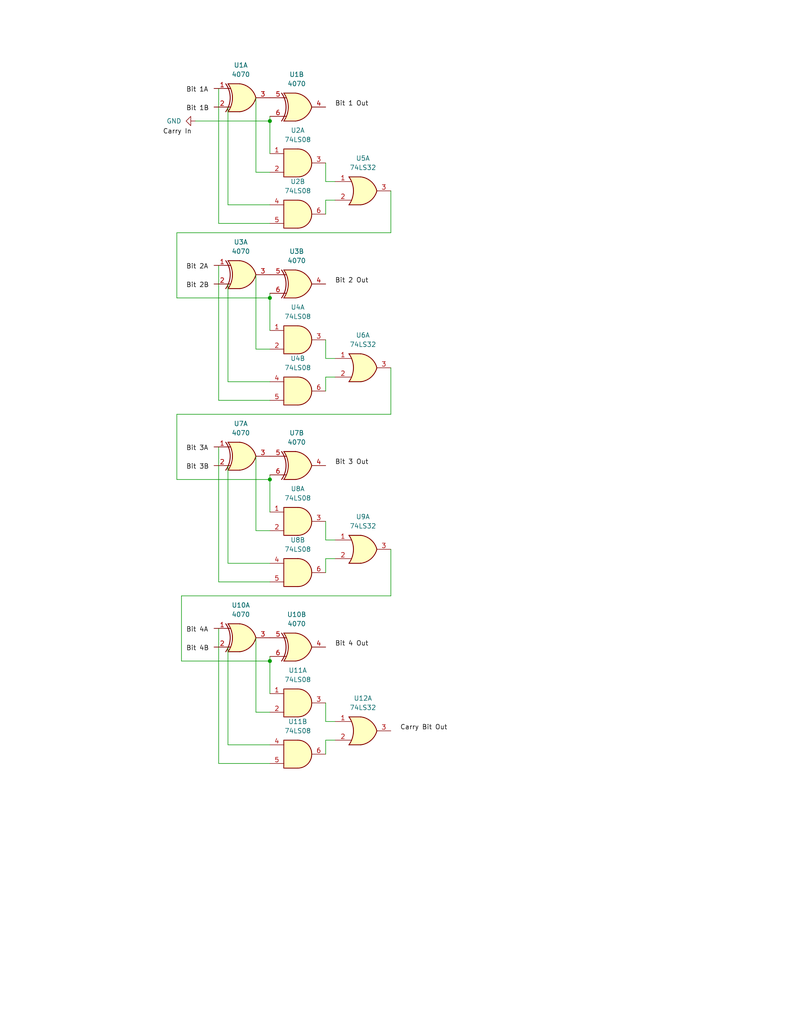
<source format=kicad_sch>
(kicad_sch (version 20230121) (generator eeschema)

  (uuid d3d5d823-abb3-4d26-8398-b290888fdd89)

  (paper "USLetter" portrait)

  (lib_symbols
    (symbol "4xxx:4070" (pin_names (offset 1.016)) (in_bom yes) (on_board yes)
      (property "Reference" "U" (at 0 1.27 0)
        (effects (font (size 1.27 1.27)))
      )
      (property "Value" "4070" (at 0 -1.27 0)
        (effects (font (size 1.27 1.27)))
      )
      (property "Footprint" "" (at 0 0 0)
        (effects (font (size 1.27 1.27)) hide)
      )
      (property "Datasheet" "http://www.intersil.com/content/dam/Intersil/documents/cd40/cd4070bms-77bms.pdf" (at 0 0 0)
        (effects (font (size 1.27 1.27)) hide)
      )
      (property "ki_locked" "" (at 0 0 0)
        (effects (font (size 1.27 1.27)))
      )
      (property "ki_keywords" "CMOS XOR2" (at 0 0 0)
        (effects (font (size 1.27 1.27)) hide)
      )
      (property "ki_description" "Quad Xor 2 inputs" (at 0 0 0)
        (effects (font (size 1.27 1.27)) hide)
      )
      (property "ki_fp_filters" "DIP?14*" (at 0 0 0)
        (effects (font (size 1.27 1.27)) hide)
      )
      (symbol "4070_1_0"
        (arc (start -4.4196 -3.81) (mid -3.2033 0) (end -4.4196 3.81)
          (stroke (width 0.254) (type default))
          (fill (type none))
        )
        (arc (start -3.81 -3.81) (mid -2.589 0) (end -3.81 3.81)
          (stroke (width 0.254) (type default))
          (fill (type none))
        )
        (arc (start -0.6096 -3.81) (mid 2.1842 -2.5851) (end 3.81 0)
          (stroke (width 0.254) (type default))
          (fill (type background))
        )
        (polyline
          (pts
            (xy -3.81 -3.81)
            (xy -0.635 -3.81)
          )
          (stroke (width 0.254) (type default))
          (fill (type background))
        )
        (polyline
          (pts
            (xy -3.81 3.81)
            (xy -0.635 3.81)
          )
          (stroke (width 0.254) (type default))
          (fill (type background))
        )
        (polyline
          (pts
            (xy -0.635 3.81)
            (xy -3.81 3.81)
            (xy -3.81 3.81)
            (xy -3.556 3.4036)
            (xy -3.0226 2.2606)
            (xy -2.6924 1.0414)
            (xy -2.6162 -0.254)
            (xy -2.7686 -1.4986)
            (xy -3.175 -2.7178)
            (xy -3.81 -3.81)
            (xy -3.81 -3.81)
            (xy -0.635 -3.81)
          )
          (stroke (width -25.4) (type default))
          (fill (type background))
        )
        (arc (start 3.81 0) (mid 2.1915 2.5936) (end -0.6096 3.81)
          (stroke (width 0.254) (type default))
          (fill (type background))
        )
        (pin input line (at -7.62 2.54 0) (length 4.445)
          (name "~" (effects (font (size 1.27 1.27))))
          (number "1" (effects (font (size 1.27 1.27))))
        )
        (pin input line (at -7.62 -2.54 0) (length 4.445)
          (name "~" (effects (font (size 1.27 1.27))))
          (number "2" (effects (font (size 1.27 1.27))))
        )
        (pin output line (at 7.62 0 180) (length 3.81)
          (name "~" (effects (font (size 1.27 1.27))))
          (number "3" (effects (font (size 1.27 1.27))))
        )
      )
      (symbol "4070_1_1"
        (polyline
          (pts
            (xy -3.81 -2.54)
            (xy -3.175 -2.54)
          )
          (stroke (width 0.1524) (type default))
          (fill (type none))
        )
        (polyline
          (pts
            (xy -3.81 2.54)
            (xy -3.175 2.54)
          )
          (stroke (width 0.1524) (type default))
          (fill (type none))
        )
      )
      (symbol "4070_2_0"
        (arc (start -4.4196 -3.81) (mid -3.2033 0) (end -4.4196 3.81)
          (stroke (width 0.254) (type default))
          (fill (type none))
        )
        (arc (start -3.81 -3.81) (mid -2.589 0) (end -3.81 3.81)
          (stroke (width 0.254) (type default))
          (fill (type none))
        )
        (arc (start -0.6096 -3.81) (mid 2.1842 -2.5851) (end 3.81 0)
          (stroke (width 0.254) (type default))
          (fill (type background))
        )
        (polyline
          (pts
            (xy -3.81 -3.81)
            (xy -0.635 -3.81)
          )
          (stroke (width 0.254) (type default))
          (fill (type background))
        )
        (polyline
          (pts
            (xy -3.81 3.81)
            (xy -0.635 3.81)
          )
          (stroke (width 0.254) (type default))
          (fill (type background))
        )
        (polyline
          (pts
            (xy -0.635 3.81)
            (xy -3.81 3.81)
            (xy -3.81 3.81)
            (xy -3.556 3.4036)
            (xy -3.0226 2.2606)
            (xy -2.6924 1.0414)
            (xy -2.6162 -0.254)
            (xy -2.7686 -1.4986)
            (xy -3.175 -2.7178)
            (xy -3.81 -3.81)
            (xy -3.81 -3.81)
            (xy -0.635 -3.81)
          )
          (stroke (width -25.4) (type default))
          (fill (type background))
        )
        (arc (start 3.81 0) (mid 2.1915 2.5936) (end -0.6096 3.81)
          (stroke (width 0.254) (type default))
          (fill (type background))
        )
        (pin output line (at 7.62 0 180) (length 3.81)
          (name "~" (effects (font (size 1.27 1.27))))
          (number "4" (effects (font (size 1.27 1.27))))
        )
        (pin input line (at -7.62 2.54 0) (length 4.445)
          (name "~" (effects (font (size 1.27 1.27))))
          (number "5" (effects (font (size 1.27 1.27))))
        )
        (pin input line (at -7.62 -2.54 0) (length 4.445)
          (name "~" (effects (font (size 1.27 1.27))))
          (number "6" (effects (font (size 1.27 1.27))))
        )
      )
      (symbol "4070_2_1"
        (polyline
          (pts
            (xy -3.81 -2.54)
            (xy -3.175 -2.54)
          )
          (stroke (width 0.1524) (type default))
          (fill (type none))
        )
        (polyline
          (pts
            (xy -3.81 2.54)
            (xy -3.175 2.54)
          )
          (stroke (width 0.1524) (type default))
          (fill (type none))
        )
      )
      (symbol "4070_3_0"
        (arc (start -4.4196 -3.81) (mid -3.2033 0) (end -4.4196 3.81)
          (stroke (width 0.254) (type default))
          (fill (type none))
        )
        (arc (start -3.81 -3.81) (mid -2.589 0) (end -3.81 3.81)
          (stroke (width 0.254) (type default))
          (fill (type none))
        )
        (arc (start -0.6096 -3.81) (mid 2.1842 -2.5851) (end 3.81 0)
          (stroke (width 0.254) (type default))
          (fill (type background))
        )
        (polyline
          (pts
            (xy -3.81 -3.81)
            (xy -0.635 -3.81)
          )
          (stroke (width 0.254) (type default))
          (fill (type background))
        )
        (polyline
          (pts
            (xy -3.81 3.81)
            (xy -0.635 3.81)
          )
          (stroke (width 0.254) (type default))
          (fill (type background))
        )
        (polyline
          (pts
            (xy -0.635 3.81)
            (xy -3.81 3.81)
            (xy -3.81 3.81)
            (xy -3.556 3.4036)
            (xy -3.0226 2.2606)
            (xy -2.6924 1.0414)
            (xy -2.6162 -0.254)
            (xy -2.7686 -1.4986)
            (xy -3.175 -2.7178)
            (xy -3.81 -3.81)
            (xy -3.81 -3.81)
            (xy -0.635 -3.81)
          )
          (stroke (width -25.4) (type default))
          (fill (type background))
        )
        (arc (start 3.81 0) (mid 2.1915 2.5936) (end -0.6096 3.81)
          (stroke (width 0.254) (type default))
          (fill (type background))
        )
        (pin output line (at 7.62 0 180) (length 3.81)
          (name "~" (effects (font (size 1.27 1.27))))
          (number "10" (effects (font (size 1.27 1.27))))
        )
        (pin input line (at -7.62 2.54 0) (length 4.445)
          (name "~" (effects (font (size 1.27 1.27))))
          (number "8" (effects (font (size 1.27 1.27))))
        )
        (pin input line (at -7.62 -2.54 0) (length 4.445)
          (name "~" (effects (font (size 1.27 1.27))))
          (number "9" (effects (font (size 1.27 1.27))))
        )
      )
      (symbol "4070_3_1"
        (polyline
          (pts
            (xy -3.81 -2.54)
            (xy -3.175 -2.54)
          )
          (stroke (width 0.1524) (type default))
          (fill (type none))
        )
        (polyline
          (pts
            (xy -3.81 2.54)
            (xy -3.175 2.54)
          )
          (stroke (width 0.1524) (type default))
          (fill (type none))
        )
      )
      (symbol "4070_4_0"
        (arc (start -4.4196 -3.81) (mid -3.2033 0) (end -4.4196 3.81)
          (stroke (width 0.254) (type default))
          (fill (type none))
        )
        (arc (start -3.81 -3.81) (mid -2.589 0) (end -3.81 3.81)
          (stroke (width 0.254) (type default))
          (fill (type none))
        )
        (arc (start -0.6096 -3.81) (mid 2.1842 -2.5851) (end 3.81 0)
          (stroke (width 0.254) (type default))
          (fill (type background))
        )
        (polyline
          (pts
            (xy -3.81 -3.81)
            (xy -0.635 -3.81)
          )
          (stroke (width 0.254) (type default))
          (fill (type background))
        )
        (polyline
          (pts
            (xy -3.81 3.81)
            (xy -0.635 3.81)
          )
          (stroke (width 0.254) (type default))
          (fill (type background))
        )
        (polyline
          (pts
            (xy -0.635 3.81)
            (xy -3.81 3.81)
            (xy -3.81 3.81)
            (xy -3.556 3.4036)
            (xy -3.0226 2.2606)
            (xy -2.6924 1.0414)
            (xy -2.6162 -0.254)
            (xy -2.7686 -1.4986)
            (xy -3.175 -2.7178)
            (xy -3.81 -3.81)
            (xy -3.81 -3.81)
            (xy -0.635 -3.81)
          )
          (stroke (width -25.4) (type default))
          (fill (type background))
        )
        (arc (start 3.81 0) (mid 2.1915 2.5936) (end -0.6096 3.81)
          (stroke (width 0.254) (type default))
          (fill (type background))
        )
        (pin output line (at 7.62 0 180) (length 3.81)
          (name "~" (effects (font (size 1.27 1.27))))
          (number "11" (effects (font (size 1.27 1.27))))
        )
        (pin input line (at -7.62 2.54 0) (length 4.445)
          (name "~" (effects (font (size 1.27 1.27))))
          (number "12" (effects (font (size 1.27 1.27))))
        )
        (pin input line (at -7.62 -2.54 0) (length 4.445)
          (name "~" (effects (font (size 1.27 1.27))))
          (number "13" (effects (font (size 1.27 1.27))))
        )
      )
      (symbol "4070_4_1"
        (polyline
          (pts
            (xy -3.81 -2.54)
            (xy -3.175 -2.54)
          )
          (stroke (width 0.1524) (type default))
          (fill (type none))
        )
        (polyline
          (pts
            (xy -3.81 2.54)
            (xy -3.175 2.54)
          )
          (stroke (width 0.1524) (type default))
          (fill (type none))
        )
      )
      (symbol "4070_5_0"
        (pin power_in line (at 0 12.7 270) (length 5.08)
          (name "VDD" (effects (font (size 1.27 1.27))))
          (number "14" (effects (font (size 1.27 1.27))))
        )
        (pin power_in line (at 0 -12.7 90) (length 5.08)
          (name "VSS" (effects (font (size 1.27 1.27))))
          (number "7" (effects (font (size 1.27 1.27))))
        )
      )
      (symbol "4070_5_1"
        (rectangle (start -5.08 7.62) (end 5.08 -7.62)
          (stroke (width 0.254) (type default))
          (fill (type background))
        )
      )
    )
    (symbol "74xx:74LS08" (pin_names (offset 1.016)) (in_bom yes) (on_board yes)
      (property "Reference" "U" (at 0 1.27 0)
        (effects (font (size 1.27 1.27)))
      )
      (property "Value" "74LS08" (at 0 -1.27 0)
        (effects (font (size 1.27 1.27)))
      )
      (property "Footprint" "" (at 0 0 0)
        (effects (font (size 1.27 1.27)) hide)
      )
      (property "Datasheet" "http://www.ti.com/lit/gpn/sn74LS08" (at 0 0 0)
        (effects (font (size 1.27 1.27)) hide)
      )
      (property "ki_locked" "" (at 0 0 0)
        (effects (font (size 1.27 1.27)))
      )
      (property "ki_keywords" "TTL and2" (at 0 0 0)
        (effects (font (size 1.27 1.27)) hide)
      )
      (property "ki_description" "Quad And2" (at 0 0 0)
        (effects (font (size 1.27 1.27)) hide)
      )
      (property "ki_fp_filters" "DIP*W7.62mm*" (at 0 0 0)
        (effects (font (size 1.27 1.27)) hide)
      )
      (symbol "74LS08_1_1"
        (arc (start 0 -3.81) (mid 3.7934 0) (end 0 3.81)
          (stroke (width 0.254) (type default))
          (fill (type background))
        )
        (polyline
          (pts
            (xy 0 3.81)
            (xy -3.81 3.81)
            (xy -3.81 -3.81)
            (xy 0 -3.81)
          )
          (stroke (width 0.254) (type default))
          (fill (type background))
        )
        (pin input line (at -7.62 2.54 0) (length 3.81)
          (name "~" (effects (font (size 1.27 1.27))))
          (number "1" (effects (font (size 1.27 1.27))))
        )
        (pin input line (at -7.62 -2.54 0) (length 3.81)
          (name "~" (effects (font (size 1.27 1.27))))
          (number "2" (effects (font (size 1.27 1.27))))
        )
        (pin output line (at 7.62 0 180) (length 3.81)
          (name "~" (effects (font (size 1.27 1.27))))
          (number "3" (effects (font (size 1.27 1.27))))
        )
      )
      (symbol "74LS08_1_2"
        (arc (start -3.81 -3.81) (mid -2.589 0) (end -3.81 3.81)
          (stroke (width 0.254) (type default))
          (fill (type none))
        )
        (arc (start -0.6096 -3.81) (mid 2.1842 -2.5851) (end 3.81 0)
          (stroke (width 0.254) (type default))
          (fill (type background))
        )
        (polyline
          (pts
            (xy -3.81 -3.81)
            (xy -0.635 -3.81)
          )
          (stroke (width 0.254) (type default))
          (fill (type background))
        )
        (polyline
          (pts
            (xy -3.81 3.81)
            (xy -0.635 3.81)
          )
          (stroke (width 0.254) (type default))
          (fill (type background))
        )
        (polyline
          (pts
            (xy -0.635 3.81)
            (xy -3.81 3.81)
            (xy -3.81 3.81)
            (xy -3.556 3.4036)
            (xy -3.0226 2.2606)
            (xy -2.6924 1.0414)
            (xy -2.6162 -0.254)
            (xy -2.7686 -1.4986)
            (xy -3.175 -2.7178)
            (xy -3.81 -3.81)
            (xy -3.81 -3.81)
            (xy -0.635 -3.81)
          )
          (stroke (width -25.4) (type default))
          (fill (type background))
        )
        (arc (start 3.81 0) (mid 2.1915 2.5936) (end -0.6096 3.81)
          (stroke (width 0.254) (type default))
          (fill (type background))
        )
        (pin input inverted (at -7.62 2.54 0) (length 4.318)
          (name "~" (effects (font (size 1.27 1.27))))
          (number "1" (effects (font (size 1.27 1.27))))
        )
        (pin input inverted (at -7.62 -2.54 0) (length 4.318)
          (name "~" (effects (font (size 1.27 1.27))))
          (number "2" (effects (font (size 1.27 1.27))))
        )
        (pin output inverted (at 7.62 0 180) (length 3.81)
          (name "~" (effects (font (size 1.27 1.27))))
          (number "3" (effects (font (size 1.27 1.27))))
        )
      )
      (symbol "74LS08_2_1"
        (arc (start 0 -3.81) (mid 3.7934 0) (end 0 3.81)
          (stroke (width 0.254) (type default))
          (fill (type background))
        )
        (polyline
          (pts
            (xy 0 3.81)
            (xy -3.81 3.81)
            (xy -3.81 -3.81)
            (xy 0 -3.81)
          )
          (stroke (width 0.254) (type default))
          (fill (type background))
        )
        (pin input line (at -7.62 2.54 0) (length 3.81)
          (name "~" (effects (font (size 1.27 1.27))))
          (number "4" (effects (font (size 1.27 1.27))))
        )
        (pin input line (at -7.62 -2.54 0) (length 3.81)
          (name "~" (effects (font (size 1.27 1.27))))
          (number "5" (effects (font (size 1.27 1.27))))
        )
        (pin output line (at 7.62 0 180) (length 3.81)
          (name "~" (effects (font (size 1.27 1.27))))
          (number "6" (effects (font (size 1.27 1.27))))
        )
      )
      (symbol "74LS08_2_2"
        (arc (start -3.81 -3.81) (mid -2.589 0) (end -3.81 3.81)
          (stroke (width 0.254) (type default))
          (fill (type none))
        )
        (arc (start -0.6096 -3.81) (mid 2.1842 -2.5851) (end 3.81 0)
          (stroke (width 0.254) (type default))
          (fill (type background))
        )
        (polyline
          (pts
            (xy -3.81 -3.81)
            (xy -0.635 -3.81)
          )
          (stroke (width 0.254) (type default))
          (fill (type background))
        )
        (polyline
          (pts
            (xy -3.81 3.81)
            (xy -0.635 3.81)
          )
          (stroke (width 0.254) (type default))
          (fill (type background))
        )
        (polyline
          (pts
            (xy -0.635 3.81)
            (xy -3.81 3.81)
            (xy -3.81 3.81)
            (xy -3.556 3.4036)
            (xy -3.0226 2.2606)
            (xy -2.6924 1.0414)
            (xy -2.6162 -0.254)
            (xy -2.7686 -1.4986)
            (xy -3.175 -2.7178)
            (xy -3.81 -3.81)
            (xy -3.81 -3.81)
            (xy -0.635 -3.81)
          )
          (stroke (width -25.4) (type default))
          (fill (type background))
        )
        (arc (start 3.81 0) (mid 2.1915 2.5936) (end -0.6096 3.81)
          (stroke (width 0.254) (type default))
          (fill (type background))
        )
        (pin input inverted (at -7.62 2.54 0) (length 4.318)
          (name "~" (effects (font (size 1.27 1.27))))
          (number "4" (effects (font (size 1.27 1.27))))
        )
        (pin input inverted (at -7.62 -2.54 0) (length 4.318)
          (name "~" (effects (font (size 1.27 1.27))))
          (number "5" (effects (font (size 1.27 1.27))))
        )
        (pin output inverted (at 7.62 0 180) (length 3.81)
          (name "~" (effects (font (size 1.27 1.27))))
          (number "6" (effects (font (size 1.27 1.27))))
        )
      )
      (symbol "74LS08_3_1"
        (arc (start 0 -3.81) (mid 3.7934 0) (end 0 3.81)
          (stroke (width 0.254) (type default))
          (fill (type background))
        )
        (polyline
          (pts
            (xy 0 3.81)
            (xy -3.81 3.81)
            (xy -3.81 -3.81)
            (xy 0 -3.81)
          )
          (stroke (width 0.254) (type default))
          (fill (type background))
        )
        (pin input line (at -7.62 -2.54 0) (length 3.81)
          (name "~" (effects (font (size 1.27 1.27))))
          (number "10" (effects (font (size 1.27 1.27))))
        )
        (pin output line (at 7.62 0 180) (length 3.81)
          (name "~" (effects (font (size 1.27 1.27))))
          (number "8" (effects (font (size 1.27 1.27))))
        )
        (pin input line (at -7.62 2.54 0) (length 3.81)
          (name "~" (effects (font (size 1.27 1.27))))
          (number "9" (effects (font (size 1.27 1.27))))
        )
      )
      (symbol "74LS08_3_2"
        (arc (start -3.81 -3.81) (mid -2.589 0) (end -3.81 3.81)
          (stroke (width 0.254) (type default))
          (fill (type none))
        )
        (arc (start -0.6096 -3.81) (mid 2.1842 -2.5851) (end 3.81 0)
          (stroke (width 0.254) (type default))
          (fill (type background))
        )
        (polyline
          (pts
            (xy -3.81 -3.81)
            (xy -0.635 -3.81)
          )
          (stroke (width 0.254) (type default))
          (fill (type background))
        )
        (polyline
          (pts
            (xy -3.81 3.81)
            (xy -0.635 3.81)
          )
          (stroke (width 0.254) (type default))
          (fill (type background))
        )
        (polyline
          (pts
            (xy -0.635 3.81)
            (xy -3.81 3.81)
            (xy -3.81 3.81)
            (xy -3.556 3.4036)
            (xy -3.0226 2.2606)
            (xy -2.6924 1.0414)
            (xy -2.6162 -0.254)
            (xy -2.7686 -1.4986)
            (xy -3.175 -2.7178)
            (xy -3.81 -3.81)
            (xy -3.81 -3.81)
            (xy -0.635 -3.81)
          )
          (stroke (width -25.4) (type default))
          (fill (type background))
        )
        (arc (start 3.81 0) (mid 2.1915 2.5936) (end -0.6096 3.81)
          (stroke (width 0.254) (type default))
          (fill (type background))
        )
        (pin input inverted (at -7.62 -2.54 0) (length 4.318)
          (name "~" (effects (font (size 1.27 1.27))))
          (number "10" (effects (font (size 1.27 1.27))))
        )
        (pin output inverted (at 7.62 0 180) (length 3.81)
          (name "~" (effects (font (size 1.27 1.27))))
          (number "8" (effects (font (size 1.27 1.27))))
        )
        (pin input inverted (at -7.62 2.54 0) (length 4.318)
          (name "~" (effects (font (size 1.27 1.27))))
          (number "9" (effects (font (size 1.27 1.27))))
        )
      )
      (symbol "74LS08_4_1"
        (arc (start 0 -3.81) (mid 3.7934 0) (end 0 3.81)
          (stroke (width 0.254) (type default))
          (fill (type background))
        )
        (polyline
          (pts
            (xy 0 3.81)
            (xy -3.81 3.81)
            (xy -3.81 -3.81)
            (xy 0 -3.81)
          )
          (stroke (width 0.254) (type default))
          (fill (type background))
        )
        (pin output line (at 7.62 0 180) (length 3.81)
          (name "~" (effects (font (size 1.27 1.27))))
          (number "11" (effects (font (size 1.27 1.27))))
        )
        (pin input line (at -7.62 2.54 0) (length 3.81)
          (name "~" (effects (font (size 1.27 1.27))))
          (number "12" (effects (font (size 1.27 1.27))))
        )
        (pin input line (at -7.62 -2.54 0) (length 3.81)
          (name "~" (effects (font (size 1.27 1.27))))
          (number "13" (effects (font (size 1.27 1.27))))
        )
      )
      (symbol "74LS08_4_2"
        (arc (start -3.81 -3.81) (mid -2.589 0) (end -3.81 3.81)
          (stroke (width 0.254) (type default))
          (fill (type none))
        )
        (arc (start -0.6096 -3.81) (mid 2.1842 -2.5851) (end 3.81 0)
          (stroke (width 0.254) (type default))
          (fill (type background))
        )
        (polyline
          (pts
            (xy -3.81 -3.81)
            (xy -0.635 -3.81)
          )
          (stroke (width 0.254) (type default))
          (fill (type background))
        )
        (polyline
          (pts
            (xy -3.81 3.81)
            (xy -0.635 3.81)
          )
          (stroke (width 0.254) (type default))
          (fill (type background))
        )
        (polyline
          (pts
            (xy -0.635 3.81)
            (xy -3.81 3.81)
            (xy -3.81 3.81)
            (xy -3.556 3.4036)
            (xy -3.0226 2.2606)
            (xy -2.6924 1.0414)
            (xy -2.6162 -0.254)
            (xy -2.7686 -1.4986)
            (xy -3.175 -2.7178)
            (xy -3.81 -3.81)
            (xy -3.81 -3.81)
            (xy -0.635 -3.81)
          )
          (stroke (width -25.4) (type default))
          (fill (type background))
        )
        (arc (start 3.81 0) (mid 2.1915 2.5936) (end -0.6096 3.81)
          (stroke (width 0.254) (type default))
          (fill (type background))
        )
        (pin output inverted (at 7.62 0 180) (length 3.81)
          (name "~" (effects (font (size 1.27 1.27))))
          (number "11" (effects (font (size 1.27 1.27))))
        )
        (pin input inverted (at -7.62 2.54 0) (length 4.318)
          (name "~" (effects (font (size 1.27 1.27))))
          (number "12" (effects (font (size 1.27 1.27))))
        )
        (pin input inverted (at -7.62 -2.54 0) (length 4.318)
          (name "~" (effects (font (size 1.27 1.27))))
          (number "13" (effects (font (size 1.27 1.27))))
        )
      )
      (symbol "74LS08_5_0"
        (pin power_in line (at 0 12.7 270) (length 5.08)
          (name "VCC" (effects (font (size 1.27 1.27))))
          (number "14" (effects (font (size 1.27 1.27))))
        )
        (pin power_in line (at 0 -12.7 90) (length 5.08)
          (name "GND" (effects (font (size 1.27 1.27))))
          (number "7" (effects (font (size 1.27 1.27))))
        )
      )
      (symbol "74LS08_5_1"
        (rectangle (start -5.08 7.62) (end 5.08 -7.62)
          (stroke (width 0.254) (type default))
          (fill (type background))
        )
      )
    )
    (symbol "74xx:74LS32" (pin_names (offset 1.016)) (in_bom yes) (on_board yes)
      (property "Reference" "U" (at 0 1.27 0)
        (effects (font (size 1.27 1.27)))
      )
      (property "Value" "74LS32" (at 0 -1.27 0)
        (effects (font (size 1.27 1.27)))
      )
      (property "Footprint" "" (at 0 0 0)
        (effects (font (size 1.27 1.27)) hide)
      )
      (property "Datasheet" "http://www.ti.com/lit/gpn/sn74LS32" (at 0 0 0)
        (effects (font (size 1.27 1.27)) hide)
      )
      (property "ki_locked" "" (at 0 0 0)
        (effects (font (size 1.27 1.27)))
      )
      (property "ki_keywords" "TTL Or2" (at 0 0 0)
        (effects (font (size 1.27 1.27)) hide)
      )
      (property "ki_description" "Quad 2-input OR" (at 0 0 0)
        (effects (font (size 1.27 1.27)) hide)
      )
      (property "ki_fp_filters" "DIP?14*" (at 0 0 0)
        (effects (font (size 1.27 1.27)) hide)
      )
      (symbol "74LS32_1_1"
        (arc (start -3.81 -3.81) (mid -2.589 0) (end -3.81 3.81)
          (stroke (width 0.254) (type default))
          (fill (type none))
        )
        (arc (start -0.6096 -3.81) (mid 2.1842 -2.5851) (end 3.81 0)
          (stroke (width 0.254) (type default))
          (fill (type background))
        )
        (polyline
          (pts
            (xy -3.81 -3.81)
            (xy -0.635 -3.81)
          )
          (stroke (width 0.254) (type default))
          (fill (type background))
        )
        (polyline
          (pts
            (xy -3.81 3.81)
            (xy -0.635 3.81)
          )
          (stroke (width 0.254) (type default))
          (fill (type background))
        )
        (polyline
          (pts
            (xy -0.635 3.81)
            (xy -3.81 3.81)
            (xy -3.81 3.81)
            (xy -3.556 3.4036)
            (xy -3.0226 2.2606)
            (xy -2.6924 1.0414)
            (xy -2.6162 -0.254)
            (xy -2.7686 -1.4986)
            (xy -3.175 -2.7178)
            (xy -3.81 -3.81)
            (xy -3.81 -3.81)
            (xy -0.635 -3.81)
          )
          (stroke (width -25.4) (type default))
          (fill (type background))
        )
        (arc (start 3.81 0) (mid 2.1915 2.5936) (end -0.6096 3.81)
          (stroke (width 0.254) (type default))
          (fill (type background))
        )
        (pin input line (at -7.62 2.54 0) (length 4.318)
          (name "~" (effects (font (size 1.27 1.27))))
          (number "1" (effects (font (size 1.27 1.27))))
        )
        (pin input line (at -7.62 -2.54 0) (length 4.318)
          (name "~" (effects (font (size 1.27 1.27))))
          (number "2" (effects (font (size 1.27 1.27))))
        )
        (pin output line (at 7.62 0 180) (length 3.81)
          (name "~" (effects (font (size 1.27 1.27))))
          (number "3" (effects (font (size 1.27 1.27))))
        )
      )
      (symbol "74LS32_1_2"
        (arc (start 0 -3.81) (mid 3.7934 0) (end 0 3.81)
          (stroke (width 0.254) (type default))
          (fill (type background))
        )
        (polyline
          (pts
            (xy 0 3.81)
            (xy -3.81 3.81)
            (xy -3.81 -3.81)
            (xy 0 -3.81)
          )
          (stroke (width 0.254) (type default))
          (fill (type background))
        )
        (pin input inverted (at -7.62 2.54 0) (length 3.81)
          (name "~" (effects (font (size 1.27 1.27))))
          (number "1" (effects (font (size 1.27 1.27))))
        )
        (pin input inverted (at -7.62 -2.54 0) (length 3.81)
          (name "~" (effects (font (size 1.27 1.27))))
          (number "2" (effects (font (size 1.27 1.27))))
        )
        (pin output inverted (at 7.62 0 180) (length 3.81)
          (name "~" (effects (font (size 1.27 1.27))))
          (number "3" (effects (font (size 1.27 1.27))))
        )
      )
      (symbol "74LS32_2_1"
        (arc (start -3.81 -3.81) (mid -2.589 0) (end -3.81 3.81)
          (stroke (width 0.254) (type default))
          (fill (type none))
        )
        (arc (start -0.6096 -3.81) (mid 2.1842 -2.5851) (end 3.81 0)
          (stroke (width 0.254) (type default))
          (fill (type background))
        )
        (polyline
          (pts
            (xy -3.81 -3.81)
            (xy -0.635 -3.81)
          )
          (stroke (width 0.254) (type default))
          (fill (type background))
        )
        (polyline
          (pts
            (xy -3.81 3.81)
            (xy -0.635 3.81)
          )
          (stroke (width 0.254) (type default))
          (fill (type background))
        )
        (polyline
          (pts
            (xy -0.635 3.81)
            (xy -3.81 3.81)
            (xy -3.81 3.81)
            (xy -3.556 3.4036)
            (xy -3.0226 2.2606)
            (xy -2.6924 1.0414)
            (xy -2.6162 -0.254)
            (xy -2.7686 -1.4986)
            (xy -3.175 -2.7178)
            (xy -3.81 -3.81)
            (xy -3.81 -3.81)
            (xy -0.635 -3.81)
          )
          (stroke (width -25.4) (type default))
          (fill (type background))
        )
        (arc (start 3.81 0) (mid 2.1915 2.5936) (end -0.6096 3.81)
          (stroke (width 0.254) (type default))
          (fill (type background))
        )
        (pin input line (at -7.62 2.54 0) (length 4.318)
          (name "~" (effects (font (size 1.27 1.27))))
          (number "4" (effects (font (size 1.27 1.27))))
        )
        (pin input line (at -7.62 -2.54 0) (length 4.318)
          (name "~" (effects (font (size 1.27 1.27))))
          (number "5" (effects (font (size 1.27 1.27))))
        )
        (pin output line (at 7.62 0 180) (length 3.81)
          (name "~" (effects (font (size 1.27 1.27))))
          (number "6" (effects (font (size 1.27 1.27))))
        )
      )
      (symbol "74LS32_2_2"
        (arc (start 0 -3.81) (mid 3.7934 0) (end 0 3.81)
          (stroke (width 0.254) (type default))
          (fill (type background))
        )
        (polyline
          (pts
            (xy 0 3.81)
            (xy -3.81 3.81)
            (xy -3.81 -3.81)
            (xy 0 -3.81)
          )
          (stroke (width 0.254) (type default))
          (fill (type background))
        )
        (pin input inverted (at -7.62 2.54 0) (length 3.81)
          (name "~" (effects (font (size 1.27 1.27))))
          (number "4" (effects (font (size 1.27 1.27))))
        )
        (pin input inverted (at -7.62 -2.54 0) (length 3.81)
          (name "~" (effects (font (size 1.27 1.27))))
          (number "5" (effects (font (size 1.27 1.27))))
        )
        (pin output inverted (at 7.62 0 180) (length 3.81)
          (name "~" (effects (font (size 1.27 1.27))))
          (number "6" (effects (font (size 1.27 1.27))))
        )
      )
      (symbol "74LS32_3_1"
        (arc (start -3.81 -3.81) (mid -2.589 0) (end -3.81 3.81)
          (stroke (width 0.254) (type default))
          (fill (type none))
        )
        (arc (start -0.6096 -3.81) (mid 2.1842 -2.5851) (end 3.81 0)
          (stroke (width 0.254) (type default))
          (fill (type background))
        )
        (polyline
          (pts
            (xy -3.81 -3.81)
            (xy -0.635 -3.81)
          )
          (stroke (width 0.254) (type default))
          (fill (type background))
        )
        (polyline
          (pts
            (xy -3.81 3.81)
            (xy -0.635 3.81)
          )
          (stroke (width 0.254) (type default))
          (fill (type background))
        )
        (polyline
          (pts
            (xy -0.635 3.81)
            (xy -3.81 3.81)
            (xy -3.81 3.81)
            (xy -3.556 3.4036)
            (xy -3.0226 2.2606)
            (xy -2.6924 1.0414)
            (xy -2.6162 -0.254)
            (xy -2.7686 -1.4986)
            (xy -3.175 -2.7178)
            (xy -3.81 -3.81)
            (xy -3.81 -3.81)
            (xy -0.635 -3.81)
          )
          (stroke (width -25.4) (type default))
          (fill (type background))
        )
        (arc (start 3.81 0) (mid 2.1915 2.5936) (end -0.6096 3.81)
          (stroke (width 0.254) (type default))
          (fill (type background))
        )
        (pin input line (at -7.62 -2.54 0) (length 4.318)
          (name "~" (effects (font (size 1.27 1.27))))
          (number "10" (effects (font (size 1.27 1.27))))
        )
        (pin output line (at 7.62 0 180) (length 3.81)
          (name "~" (effects (font (size 1.27 1.27))))
          (number "8" (effects (font (size 1.27 1.27))))
        )
        (pin input line (at -7.62 2.54 0) (length 4.318)
          (name "~" (effects (font (size 1.27 1.27))))
          (number "9" (effects (font (size 1.27 1.27))))
        )
      )
      (symbol "74LS32_3_2"
        (arc (start 0 -3.81) (mid 3.7934 0) (end 0 3.81)
          (stroke (width 0.254) (type default))
          (fill (type background))
        )
        (polyline
          (pts
            (xy 0 3.81)
            (xy -3.81 3.81)
            (xy -3.81 -3.81)
            (xy 0 -3.81)
          )
          (stroke (width 0.254) (type default))
          (fill (type background))
        )
        (pin input inverted (at -7.62 -2.54 0) (length 3.81)
          (name "~" (effects (font (size 1.27 1.27))))
          (number "10" (effects (font (size 1.27 1.27))))
        )
        (pin output inverted (at 7.62 0 180) (length 3.81)
          (name "~" (effects (font (size 1.27 1.27))))
          (number "8" (effects (font (size 1.27 1.27))))
        )
        (pin input inverted (at -7.62 2.54 0) (length 3.81)
          (name "~" (effects (font (size 1.27 1.27))))
          (number "9" (effects (font (size 1.27 1.27))))
        )
      )
      (symbol "74LS32_4_1"
        (arc (start -3.81 -3.81) (mid -2.589 0) (end -3.81 3.81)
          (stroke (width 0.254) (type default))
          (fill (type none))
        )
        (arc (start -0.6096 -3.81) (mid 2.1842 -2.5851) (end 3.81 0)
          (stroke (width 0.254) (type default))
          (fill (type background))
        )
        (polyline
          (pts
            (xy -3.81 -3.81)
            (xy -0.635 -3.81)
          )
          (stroke (width 0.254) (type default))
          (fill (type background))
        )
        (polyline
          (pts
            (xy -3.81 3.81)
            (xy -0.635 3.81)
          )
          (stroke (width 0.254) (type default))
          (fill (type background))
        )
        (polyline
          (pts
            (xy -0.635 3.81)
            (xy -3.81 3.81)
            (xy -3.81 3.81)
            (xy -3.556 3.4036)
            (xy -3.0226 2.2606)
            (xy -2.6924 1.0414)
            (xy -2.6162 -0.254)
            (xy -2.7686 -1.4986)
            (xy -3.175 -2.7178)
            (xy -3.81 -3.81)
            (xy -3.81 -3.81)
            (xy -0.635 -3.81)
          )
          (stroke (width -25.4) (type default))
          (fill (type background))
        )
        (arc (start 3.81 0) (mid 2.1915 2.5936) (end -0.6096 3.81)
          (stroke (width 0.254) (type default))
          (fill (type background))
        )
        (pin output line (at 7.62 0 180) (length 3.81)
          (name "~" (effects (font (size 1.27 1.27))))
          (number "11" (effects (font (size 1.27 1.27))))
        )
        (pin input line (at -7.62 2.54 0) (length 4.318)
          (name "~" (effects (font (size 1.27 1.27))))
          (number "12" (effects (font (size 1.27 1.27))))
        )
        (pin input line (at -7.62 -2.54 0) (length 4.318)
          (name "~" (effects (font (size 1.27 1.27))))
          (number "13" (effects (font (size 1.27 1.27))))
        )
      )
      (symbol "74LS32_4_2"
        (arc (start 0 -3.81) (mid 3.7934 0) (end 0 3.81)
          (stroke (width 0.254) (type default))
          (fill (type background))
        )
        (polyline
          (pts
            (xy 0 3.81)
            (xy -3.81 3.81)
            (xy -3.81 -3.81)
            (xy 0 -3.81)
          )
          (stroke (width 0.254) (type default))
          (fill (type background))
        )
        (pin output inverted (at 7.62 0 180) (length 3.81)
          (name "~" (effects (font (size 1.27 1.27))))
          (number "11" (effects (font (size 1.27 1.27))))
        )
        (pin input inverted (at -7.62 2.54 0) (length 3.81)
          (name "~" (effects (font (size 1.27 1.27))))
          (number "12" (effects (font (size 1.27 1.27))))
        )
        (pin input inverted (at -7.62 -2.54 0) (length 3.81)
          (name "~" (effects (font (size 1.27 1.27))))
          (number "13" (effects (font (size 1.27 1.27))))
        )
      )
      (symbol "74LS32_5_0"
        (pin power_in line (at 0 12.7 270) (length 5.08)
          (name "VCC" (effects (font (size 1.27 1.27))))
          (number "14" (effects (font (size 1.27 1.27))))
        )
        (pin power_in line (at 0 -12.7 90) (length 5.08)
          (name "GND" (effects (font (size 1.27 1.27))))
          (number "7" (effects (font (size 1.27 1.27))))
        )
      )
      (symbol "74LS32_5_1"
        (rectangle (start -5.08 7.62) (end 5.08 -7.62)
          (stroke (width 0.254) (type default))
          (fill (type background))
        )
      )
    )
    (symbol "power:GND" (power) (pin_names (offset 0)) (in_bom yes) (on_board yes)
      (property "Reference" "#PWR" (at 0 -6.35 0)
        (effects (font (size 1.27 1.27)) hide)
      )
      (property "Value" "GND" (at 0 -3.81 0)
        (effects (font (size 1.27 1.27)))
      )
      (property "Footprint" "" (at 0 0 0)
        (effects (font (size 1.27 1.27)) hide)
      )
      (property "Datasheet" "" (at 0 0 0)
        (effects (font (size 1.27 1.27)) hide)
      )
      (property "ki_keywords" "global power" (at 0 0 0)
        (effects (font (size 1.27 1.27)) hide)
      )
      (property "ki_description" "Power symbol creates a global label with name \"GND\" , ground" (at 0 0 0)
        (effects (font (size 1.27 1.27)) hide)
      )
      (symbol "GND_0_1"
        (polyline
          (pts
            (xy 0 0)
            (xy 0 -1.27)
            (xy 1.27 -1.27)
            (xy 0 -2.54)
            (xy -1.27 -1.27)
            (xy 0 -1.27)
          )
          (stroke (width 0) (type default))
          (fill (type none))
        )
      )
      (symbol "GND_1_1"
        (pin power_in line (at 0 0 270) (length 0) hide
          (name "GND" (effects (font (size 1.27 1.27))))
          (number "1" (effects (font (size 1.27 1.27))))
        )
      )
    )
  )

  (junction (at 73.66 81.28) (diameter 0) (color 0 0 0 0)
    (uuid 976afb8a-9767-4ba6-b8c9-d420bb018a50)
  )
  (junction (at 73.66 180.34) (diameter 0) (color 0 0 0 0)
    (uuid a11c0ae3-e406-47ee-ab78-99cf0f5b0290)
  )
  (junction (at 73.66 33.02) (diameter 0) (color 0 0 0 0)
    (uuid ddcfd83c-0b61-4ba6-9c23-9e0f6501c962)
  )
  (junction (at 73.66 130.81) (diameter 0) (color 0 0 0 0)
    (uuid f475635b-b6bf-4f1a-8cb0-6d03755b0c58)
  )

  (wire (pts (xy 73.66 130.81) (xy 73.66 139.7))
    (stroke (width 0) (type default))
    (uuid 04409b7e-a3e9-4e09-a404-ef5ea5564c34)
  )
  (wire (pts (xy 62.23 29.21) (xy 62.23 55.88))
    (stroke (width 0) (type default))
    (uuid 05839e8e-02b5-4478-8cd0-320f6f804842)
  )
  (wire (pts (xy 59.69 121.92) (xy 59.69 158.75))
    (stroke (width 0) (type default))
    (uuid 0a87a7f6-1da2-4539-9381-21a852572e0c)
  )
  (wire (pts (xy 106.68 113.03) (xy 48.26 113.03))
    (stroke (width 0) (type default))
    (uuid 0a932c89-0943-45b6-9942-42a199f04b3c)
  )
  (wire (pts (xy 59.69 24.13) (xy 59.69 60.96))
    (stroke (width 0) (type default))
    (uuid 16eb4dac-a989-4937-a0cb-5c18229dbf49)
  )
  (wire (pts (xy 88.9 205.74) (xy 88.9 201.93))
    (stroke (width 0) (type default))
    (uuid 1771ada7-58ea-44be-b883-16ebe1e4389c)
  )
  (wire (pts (xy 88.9 142.24) (xy 88.9 147.32))
    (stroke (width 0) (type default))
    (uuid 220bf937-64ab-44c0-b42f-8e6dc34f5d57)
  )
  (wire (pts (xy 69.85 74.93) (xy 69.85 95.25))
    (stroke (width 0) (type default))
    (uuid 2478ae9e-7938-48fb-861d-a77aecdc9382)
  )
  (wire (pts (xy 49.53 162.56) (xy 49.53 180.34))
    (stroke (width 0) (type default))
    (uuid 2a406932-1170-49a5-8ba0-0da0d8742452)
  )
  (wire (pts (xy 69.85 95.25) (xy 73.66 95.25))
    (stroke (width 0) (type default))
    (uuid 2d1386c3-94d5-48a2-a1a4-ebf349b37db1)
  )
  (wire (pts (xy 106.68 162.56) (xy 49.53 162.56))
    (stroke (width 0) (type default))
    (uuid 2f00c1c8-ac0f-441f-b73b-4c34349ee93a)
  )
  (wire (pts (xy 106.68 149.86) (xy 106.68 162.56))
    (stroke (width 0) (type default))
    (uuid 302ff67e-34be-4f84-9d0e-c85ca4d99824)
  )
  (wire (pts (xy 59.69 109.22) (xy 73.66 109.22))
    (stroke (width 0) (type default))
    (uuid 34f3f8a8-c69b-45f9-91d9-19bde84ab91c)
  )
  (wire (pts (xy 88.9 44.45) (xy 88.9 49.53))
    (stroke (width 0) (type default))
    (uuid 382100b2-37a3-433b-b983-1e208f4e8162)
  )
  (wire (pts (xy 106.68 63.5) (xy 48.26 63.5))
    (stroke (width 0) (type default))
    (uuid 42464322-87ac-42ad-8721-d69da9426aee)
  )
  (wire (pts (xy 73.66 180.34) (xy 73.66 189.23))
    (stroke (width 0) (type default))
    (uuid 44172a6d-e3fc-44d1-9311-ed055b96516c)
  )
  (wire (pts (xy 106.68 100.33) (xy 106.68 113.03))
    (stroke (width 0) (type default))
    (uuid 49218c38-d2bd-47bd-a8be-1680dfffd586)
  )
  (wire (pts (xy 88.9 102.87) (xy 91.44 102.87))
    (stroke (width 0) (type default))
    (uuid 4960e3fc-f739-4e7a-aca6-2a08cccd772e)
  )
  (wire (pts (xy 59.69 72.39) (xy 59.69 109.22))
    (stroke (width 0) (type default))
    (uuid 4a445c1e-e353-4f00-a70a-cc3d36006e9c)
  )
  (wire (pts (xy 62.23 203.2) (xy 73.66 203.2))
    (stroke (width 0) (type default))
    (uuid 506b5a20-1808-49d4-9dc9-b430a713b7cc)
  )
  (wire (pts (xy 73.66 179.07) (xy 73.66 180.34))
    (stroke (width 0) (type default))
    (uuid 55586a1c-2dd8-4d76-a10b-507d5d40b0a9)
  )
  (wire (pts (xy 69.85 46.99) (xy 73.66 46.99))
    (stroke (width 0) (type default))
    (uuid 5aa06eb8-e9d1-4c99-aa2d-15bdcad0847a)
  )
  (wire (pts (xy 73.66 33.02) (xy 73.66 41.91))
    (stroke (width 0) (type default))
    (uuid 649eeeef-a330-4347-9c3e-8ad6dc8f38cb)
  )
  (wire (pts (xy 48.26 130.81) (xy 73.66 130.81))
    (stroke (width 0) (type default))
    (uuid 6b2087d7-c22c-48af-ae5c-2d0513ec6111)
  )
  (wire (pts (xy 62.23 77.47) (xy 62.23 104.14))
    (stroke (width 0) (type default))
    (uuid 6d324c50-5958-4089-a85a-c810274ddef8)
  )
  (wire (pts (xy 88.9 196.85) (xy 91.44 196.85))
    (stroke (width 0) (type default))
    (uuid 750cfa83-a50c-4644-937b-40968eb145c9)
  )
  (wire (pts (xy 73.66 31.75) (xy 73.66 33.02))
    (stroke (width 0) (type default))
    (uuid 758437b9-3d3c-4b65-986e-18b8b7c53c6e)
  )
  (wire (pts (xy 69.85 144.78) (xy 73.66 144.78))
    (stroke (width 0) (type default))
    (uuid 782f7e01-e2a8-442b-be24-6b1e6ea2e764)
  )
  (wire (pts (xy 88.9 92.71) (xy 88.9 97.79))
    (stroke (width 0) (type default))
    (uuid 7a9d37fd-777f-47df-8ec8-b59503409d3c)
  )
  (wire (pts (xy 69.85 124.46) (xy 69.85 144.78))
    (stroke (width 0) (type default))
    (uuid 7bbd7894-8be8-409c-b66a-f05f4a209b4f)
  )
  (wire (pts (xy 62.23 127) (xy 62.23 153.67))
    (stroke (width 0) (type default))
    (uuid 7ec3530c-9470-491f-af9f-169b5dade3f0)
  )
  (wire (pts (xy 73.66 81.28) (xy 73.66 90.17))
    (stroke (width 0) (type default))
    (uuid 82271e6b-7150-4542-b9ff-ea6c0087d96b)
  )
  (wire (pts (xy 106.68 52.07) (xy 106.68 63.5))
    (stroke (width 0) (type default))
    (uuid 823bbd87-b1a3-4b5f-be31-16fc9b681b2a)
  )
  (wire (pts (xy 59.69 171.45) (xy 59.69 208.28))
    (stroke (width 0) (type default))
    (uuid 8d9d4778-5343-456d-b108-dd1ce466fd1e)
  )
  (wire (pts (xy 69.85 194.31) (xy 73.66 194.31))
    (stroke (width 0) (type default))
    (uuid 8ddb597b-71fe-4eee-94b9-580a5526232f)
  )
  (wire (pts (xy 59.69 208.28) (xy 73.66 208.28))
    (stroke (width 0) (type default))
    (uuid 8f8770fd-83bf-4259-bd8f-610e4f61270a)
  )
  (wire (pts (xy 53.34 33.02) (xy 73.66 33.02))
    (stroke (width 0) (type default))
    (uuid 92554f71-acf4-4632-a055-1875dc0d0d13)
  )
  (wire (pts (xy 88.9 152.4) (xy 91.44 152.4))
    (stroke (width 0) (type default))
    (uuid 947a60d5-097c-4527-bac3-0cf4ba231d93)
  )
  (wire (pts (xy 88.9 201.93) (xy 91.44 201.93))
    (stroke (width 0) (type default))
    (uuid 97aff990-8413-4e4e-bb3b-b2b198a59487)
  )
  (wire (pts (xy 62.23 176.53) (xy 62.23 203.2))
    (stroke (width 0) (type default))
    (uuid 9bd66f19-af2a-4786-8781-1e58934aef20)
  )
  (wire (pts (xy 48.26 81.28) (xy 73.66 81.28))
    (stroke (width 0) (type default))
    (uuid ac7a4fe0-e742-4acb-895d-13d0c0976648)
  )
  (wire (pts (xy 88.9 58.42) (xy 88.9 54.61))
    (stroke (width 0) (type default))
    (uuid b05c14de-bd23-4560-87d1-c7cfd41e934d)
  )
  (wire (pts (xy 88.9 147.32) (xy 91.44 147.32))
    (stroke (width 0) (type default))
    (uuid bdbca483-19f2-4314-8383-e2c4be840a57)
  )
  (wire (pts (xy 48.26 113.03) (xy 48.26 130.81))
    (stroke (width 0) (type default))
    (uuid befa793c-de2b-4a77-8776-f6fcb6acddf1)
  )
  (wire (pts (xy 69.85 173.99) (xy 69.85 194.31))
    (stroke (width 0) (type default))
    (uuid c65cd754-df26-4e10-89e8-395ea859a548)
  )
  (wire (pts (xy 62.23 55.88) (xy 73.66 55.88))
    (stroke (width 0) (type default))
    (uuid cc6d9e85-55e2-48a1-9128-1c0bb982cd9d)
  )
  (wire (pts (xy 88.9 156.21) (xy 88.9 152.4))
    (stroke (width 0) (type default))
    (uuid cd45437d-5100-4668-9743-5fdef5b64fa0)
  )
  (wire (pts (xy 62.23 153.67) (xy 73.66 153.67))
    (stroke (width 0) (type default))
    (uuid cf6034c1-af4c-4c7f-8824-d1c903587a41)
  )
  (wire (pts (xy 59.69 60.96) (xy 73.66 60.96))
    (stroke (width 0) (type default))
    (uuid d226ede7-19c4-4589-8cf0-2eda3e7dc206)
  )
  (wire (pts (xy 73.66 80.01) (xy 73.66 81.28))
    (stroke (width 0) (type default))
    (uuid d3519122-2f4a-4de3-8173-7de1ff8e7dc6)
  )
  (wire (pts (xy 59.69 158.75) (xy 73.66 158.75))
    (stroke (width 0) (type default))
    (uuid d878f104-1165-4ec2-9c50-3edba9232f20)
  )
  (wire (pts (xy 88.9 97.79) (xy 91.44 97.79))
    (stroke (width 0) (type default))
    (uuid dcc627df-721b-4736-8653-75a0cc5222bb)
  )
  (wire (pts (xy 88.9 191.77) (xy 88.9 196.85))
    (stroke (width 0) (type default))
    (uuid dd151e63-4b56-4392-b11a-4f13693d478b)
  )
  (wire (pts (xy 48.26 63.5) (xy 48.26 81.28))
    (stroke (width 0) (type default))
    (uuid df4adc63-1022-4a62-8b55-f429f5f93d81)
  )
  (wire (pts (xy 49.53 180.34) (xy 73.66 180.34))
    (stroke (width 0) (type default))
    (uuid dfed37a3-a3f9-461a-a56a-6142ff20e9b2)
  )
  (wire (pts (xy 88.9 54.61) (xy 91.44 54.61))
    (stroke (width 0) (type default))
    (uuid e1087730-3045-4171-a7c0-a6be96a175e1)
  )
  (wire (pts (xy 88.9 49.53) (xy 91.44 49.53))
    (stroke (width 0) (type default))
    (uuid ea4a6b8c-64ad-4d06-9608-7f070ccebd12)
  )
  (wire (pts (xy 73.66 129.54) (xy 73.66 130.81))
    (stroke (width 0) (type default))
    (uuid ef525056-cd84-4570-af6c-2650d1956619)
  )
  (wire (pts (xy 69.85 26.67) (xy 69.85 46.99))
    (stroke (width 0) (type default))
    (uuid f2bb3887-99a0-40ba-835b-d253a239f133)
  )
  (wire (pts (xy 62.23 104.14) (xy 73.66 104.14))
    (stroke (width 0) (type default))
    (uuid fb4f1c8d-9852-4133-8f38-672c7e55d721)
  )
  (wire (pts (xy 88.9 106.68) (xy 88.9 102.87))
    (stroke (width 0) (type default))
    (uuid fe093bea-4e36-45c8-acdb-0b283a1ec373)
  )

  (label "Bit 4B" (at 50.8 177.8 0) (fields_autoplaced)
    (effects (font (size 1.27 1.27)) (justify left bottom))
    (uuid 0752bc9d-3f83-4349-9a10-3f349f728fa1)
  )
  (label "Carry Bit Out" (at 109.22 199.39 0) (fields_autoplaced)
    (effects (font (size 1.27 1.27)) (justify left bottom))
    (uuid 179289af-2454-4d29-afe8-4e818de2cde9)
  )
  (label "Bit 3B" (at 50.8 128.27 0) (fields_autoplaced)
    (effects (font (size 1.27 1.27)) (justify left bottom))
    (uuid 3b38bcd7-2e94-434f-b954-22419c4cc801)
  )
  (label "Bit 3 Out" (at 91.44 127 0) (fields_autoplaced)
    (effects (font (size 1.27 1.27)) (justify left bottom))
    (uuid 3b6b383f-0bc8-426f-b31e-3c555e5ba925)
  )
  (label "Bit 1A" (at 50.8 25.4 0) (fields_autoplaced)
    (effects (font (size 1.27 1.27)) (justify left bottom))
    (uuid 5433e209-31f4-4a1d-ba75-61e9dc128093)
  )
  (label "Bit 2 Out" (at 91.44 77.47 0) (fields_autoplaced)
    (effects (font (size 1.27 1.27)) (justify left bottom))
    (uuid 7271d689-6633-47c3-ab95-632acbde213f)
  )
  (label "Bit 1B" (at 50.8 30.48 0) (fields_autoplaced)
    (effects (font (size 1.27 1.27)) (justify left bottom))
    (uuid 850ff002-31f4-4ead-bb83-f510d40df6f1)
  )
  (label "Bit 2B" (at 50.8 78.74 0) (fields_autoplaced)
    (effects (font (size 1.27 1.27)) (justify left bottom))
    (uuid 858e6ef6-a8e5-4f73-9e74-60ab48cd7219)
  )
  (label "Bit 2A" (at 50.8 73.66 0) (fields_autoplaced)
    (effects (font (size 1.27 1.27)) (justify left bottom))
    (uuid 907a1f12-76eb-4380-8316-f471a6197252)
  )
  (label "Bit 3A" (at 50.8 123.19 0) (fields_autoplaced)
    (effects (font (size 1.27 1.27)) (justify left bottom))
    (uuid a4d71ba0-cacf-4ee9-ada2-70d139b6a220)
  )
  (label "Bit 1 Out" (at 91.44 29.21 0) (fields_autoplaced)
    (effects (font (size 1.27 1.27)) (justify left bottom))
    (uuid a8a6223d-f93b-49c0-9b87-6ca925daadb2)
  )
  (label "Carry In" (at 44.45 36.83 0) (fields_autoplaced)
    (effects (font (size 1.27 1.27)) (justify left bottom))
    (uuid c29d993d-343d-44a9-bd72-60c724722091)
  )
  (label "Bit 4 Out" (at 91.44 176.53 0) (fields_autoplaced)
    (effects (font (size 1.27 1.27)) (justify left bottom))
    (uuid f79468d3-9d37-4cb7-bb08-75e13de12860)
  )
  (label "Bit 4A" (at 50.8 172.72 0) (fields_autoplaced)
    (effects (font (size 1.27 1.27)) (justify left bottom))
    (uuid ffd3d556-70de-4d97-b420-f57fa8a393d8)
  )

  (symbol (lib_id "power:GND") (at 53.34 33.02 270) (unit 1)
    (in_bom yes) (on_board yes) (dnp no) (fields_autoplaced)
    (uuid 06bb33f8-147b-4da9-996b-92bd0743a245)
    (property "Reference" "#PWR01" (at 46.99 33.02 0)
      (effects (font (size 1.27 1.27)) hide)
    )
    (property "Value" "GND" (at 49.53 33.02 90)
      (effects (font (size 1.27 1.27)) (justify right))
    )
    (property "Footprint" "" (at 53.34 33.02 0)
      (effects (font (size 1.27 1.27)) hide)
    )
    (property "Datasheet" "" (at 53.34 33.02 0)
      (effects (font (size 1.27 1.27)) hide)
    )
    (pin "1" (uuid 63d116d2-5e52-48ab-9fd3-6b8de9c51b7f))
    (instances
      (project "4-bit adder"
        (path "/d3d5d823-abb3-4d26-8398-b290888fdd89"
          (reference "#PWR01") (unit 1)
        )
      )
    )
  )

  (symbol (lib_id "74xx:74LS08") (at 81.28 58.42 0) (unit 2)
    (in_bom yes) (on_board yes) (dnp no) (fields_autoplaced)
    (uuid 164dfd9d-fba6-4732-938d-63ba65ecf9b6)
    (property "Reference" "U2" (at 81.2717 49.53 0)
      (effects (font (size 1.27 1.27)))
    )
    (property "Value" "74LS08" (at 81.2717 52.07 0)
      (effects (font (size 1.27 1.27)))
    )
    (property "Footprint" "" (at 81.28 58.42 0)
      (effects (font (size 1.27 1.27)) hide)
    )
    (property "Datasheet" "http://www.ti.com/lit/gpn/sn74LS08" (at 81.28 58.42 0)
      (effects (font (size 1.27 1.27)) hide)
    )
    (pin "11" (uuid 5ca82e67-c688-4e06-bf4b-01c0a8f44e43))
    (pin "14" (uuid 740486c5-75b0-4d51-a3bb-988654b80553))
    (pin "7" (uuid 46ebb38c-8baa-4d96-8bbc-9c1607f036b6))
    (pin "8" (uuid 4f406bd2-1761-4649-8596-e46400fa3f69))
    (pin "2" (uuid 46085d61-d6ad-4a7b-aae7-2b2a6c405423))
    (pin "6" (uuid 4860605a-5c33-4f3a-bdc4-85f68c534473))
    (pin "4" (uuid 027ce00b-fa30-44eb-b432-236371b1bea2))
    (pin "1" (uuid e06f1812-5118-49df-b292-1b32fcb8b7ae))
    (pin "10" (uuid ac14f343-06db-4186-aaee-a37deba5c425))
    (pin "13" (uuid 742dad87-1c8e-4cac-9b8f-5ef63bf10020))
    (pin "5" (uuid 20d79079-69e3-4465-afdd-64fbdb8614aa))
    (pin "3" (uuid 4c359aba-56ba-475f-bc27-8db5a7965d92))
    (pin "9" (uuid 37ceef24-c470-464b-a911-c2929c08e8d9))
    (pin "12" (uuid 51bba73e-dccf-43eb-815b-05fe084ca7b1))
    (instances
      (project "4-bit adder"
        (path "/d3d5d823-abb3-4d26-8398-b290888fdd89"
          (reference "U2") (unit 2)
        )
      )
    )
  )

  (symbol (lib_id "74xx:74LS08") (at 81.28 142.24 0) (unit 1)
    (in_bom yes) (on_board yes) (dnp no) (fields_autoplaced)
    (uuid 16e8b95c-2b37-429b-aa28-917935cb0b14)
    (property "Reference" "U8" (at 81.2717 133.35 0)
      (effects (font (size 1.27 1.27)))
    )
    (property "Value" "74LS08" (at 81.2717 135.89 0)
      (effects (font (size 1.27 1.27)))
    )
    (property "Footprint" "" (at 81.28 142.24 0)
      (effects (font (size 1.27 1.27)) hide)
    )
    (property "Datasheet" "http://www.ti.com/lit/gpn/sn74LS08" (at 81.28 142.24 0)
      (effects (font (size 1.27 1.27)) hide)
    )
    (pin "11" (uuid 5ca82e67-c688-4e06-bf4b-01c0a8f44e43))
    (pin "14" (uuid 740486c5-75b0-4d51-a3bb-988654b80553))
    (pin "7" (uuid 46ebb38c-8baa-4d96-8bbc-9c1607f036b6))
    (pin "8" (uuid 4f406bd2-1761-4649-8596-e46400fa3f69))
    (pin "2" (uuid f6f81803-82bf-4bf0-b89f-fa92d3162a65))
    (pin "6" (uuid 4860605a-5c33-4f3a-bdc4-85f68c534473))
    (pin "4" (uuid 027ce00b-fa30-44eb-b432-236371b1bea2))
    (pin "1" (uuid e9ce8033-dc47-49b8-aea8-dcb6e2b3c6b3))
    (pin "10" (uuid ac14f343-06db-4186-aaee-a37deba5c425))
    (pin "13" (uuid 742dad87-1c8e-4cac-9b8f-5ef63bf10020))
    (pin "5" (uuid 20d79079-69e3-4465-afdd-64fbdb8614aa))
    (pin "3" (uuid 3429005b-deae-4bae-b7b9-f0c5f896ba22))
    (pin "9" (uuid 37ceef24-c470-464b-a911-c2929c08e8d9))
    (pin "12" (uuid 51bba73e-dccf-43eb-815b-05fe084ca7b1))
    (instances
      (project "4-bit adder"
        (path "/d3d5d823-abb3-4d26-8398-b290888fdd89"
          (reference "U8") (unit 1)
        )
      )
    )
  )

  (symbol (lib_id "74xx:74LS08") (at 81.28 191.77 0) (unit 1)
    (in_bom yes) (on_board yes) (dnp no) (fields_autoplaced)
    (uuid 1c5560c1-89d1-468b-af74-222cdafff95b)
    (property "Reference" "U11" (at 81.2717 182.88 0)
      (effects (font (size 1.27 1.27)))
    )
    (property "Value" "74LS08" (at 81.2717 185.42 0)
      (effects (font (size 1.27 1.27)))
    )
    (property "Footprint" "" (at 81.28 191.77 0)
      (effects (font (size 1.27 1.27)) hide)
    )
    (property "Datasheet" "http://www.ti.com/lit/gpn/sn74LS08" (at 81.28 191.77 0)
      (effects (font (size 1.27 1.27)) hide)
    )
    (pin "11" (uuid 5ca82e67-c688-4e06-bf4b-01c0a8f44e43))
    (pin "14" (uuid 740486c5-75b0-4d51-a3bb-988654b80553))
    (pin "7" (uuid 46ebb38c-8baa-4d96-8bbc-9c1607f036b6))
    (pin "8" (uuid 4f406bd2-1761-4649-8596-e46400fa3f69))
    (pin "2" (uuid 12a17e6a-e6b9-45a9-bd83-e4b2635cb4c3))
    (pin "6" (uuid 4860605a-5c33-4f3a-bdc4-85f68c534473))
    (pin "4" (uuid 027ce00b-fa30-44eb-b432-236371b1bea2))
    (pin "1" (uuid 294fcc2a-0c49-48b7-ad19-9ca4fa50b7dc))
    (pin "10" (uuid ac14f343-06db-4186-aaee-a37deba5c425))
    (pin "13" (uuid 742dad87-1c8e-4cac-9b8f-5ef63bf10020))
    (pin "5" (uuid 20d79079-69e3-4465-afdd-64fbdb8614aa))
    (pin "3" (uuid d137ed9d-e8a0-4e67-8cbc-a57e7537b1fe))
    (pin "9" (uuid 37ceef24-c470-464b-a911-c2929c08e8d9))
    (pin "12" (uuid 51bba73e-dccf-43eb-815b-05fe084ca7b1))
    (instances
      (project "4-bit adder"
        (path "/d3d5d823-abb3-4d26-8398-b290888fdd89"
          (reference "U11") (unit 1)
        )
      )
    )
  )

  (symbol (lib_id "4xxx:4070") (at 66.04 74.93 0) (unit 1)
    (in_bom yes) (on_board yes) (dnp no) (fields_autoplaced)
    (uuid 225eaba7-3e47-4a66-8f69-de1327b709f6)
    (property "Reference" "U3" (at 65.7352 66.04 0)
      (effects (font (size 1.27 1.27)))
    )
    (property "Value" "4070" (at 65.7352 68.58 0)
      (effects (font (size 1.27 1.27)))
    )
    (property "Footprint" "" (at 66.04 74.93 0)
      (effects (font (size 1.27 1.27)) hide)
    )
    (property "Datasheet" "http://www.intersil.com/content/dam/Intersil/documents/cd40/cd4070bms-77bms.pdf" (at 66.04 74.93 0)
      (effects (font (size 1.27 1.27)) hide)
    )
    (pin "9" (uuid 55325fda-703a-4eec-a999-4380d8dfc9b9))
    (pin "14" (uuid bcdb9999-4f35-479c-a3c5-487c4a9245a9))
    (pin "3" (uuid 67af9567-66e0-480a-ba09-20465af1da0a))
    (pin "6" (uuid f52b8e22-a3ab-4d60-a02a-0dd10c0287b7))
    (pin "10" (uuid efb3344c-9043-461b-9a77-82920e4d2763))
    (pin "1" (uuid e79b3332-b765-47f3-bc33-dbf7453298e7))
    (pin "11" (uuid 24d5ae73-e942-443b-911b-2d6c47679980))
    (pin "7" (uuid 34bef383-ecd4-46ee-813e-b27abfb36f18))
    (pin "5" (uuid def36eca-a715-406d-b30c-ad658e2606c1))
    (pin "8" (uuid 0212ec62-95c1-4602-8f34-5e424ef1a4bf))
    (pin "2" (uuid fec04e29-3949-43c6-8f34-bb874158d7dc))
    (pin "13" (uuid c6ab3485-bf09-41e0-93cd-1a0547a9da6e))
    (pin "4" (uuid d02dd7c8-01d3-4b02-8cb7-e2f96f145986))
    (pin "12" (uuid 79204045-aa1b-4516-a9fc-4985379f4407))
    (instances
      (project "4-bit adder"
        (path "/d3d5d823-abb3-4d26-8398-b290888fdd89"
          (reference "U3") (unit 1)
        )
      )
    )
  )

  (symbol (lib_id "4xxx:4070") (at 81.28 127 0) (unit 2)
    (in_bom yes) (on_board yes) (dnp no) (fields_autoplaced)
    (uuid 29615d48-adc0-4cc7-8cf5-a66dabb7020e)
    (property "Reference" "U7" (at 80.9752 118.11 0)
      (effects (font (size 1.27 1.27)))
    )
    (property "Value" "4070" (at 80.9752 120.65 0)
      (effects (font (size 1.27 1.27)))
    )
    (property "Footprint" "" (at 81.28 127 0)
      (effects (font (size 1.27 1.27)) hide)
    )
    (property "Datasheet" "http://www.intersil.com/content/dam/Intersil/documents/cd40/cd4070bms-77bms.pdf" (at 81.28 127 0)
      (effects (font (size 1.27 1.27)) hide)
    )
    (pin "9" (uuid 55325fda-703a-4eec-a999-4380d8dfc9ba))
    (pin "14" (uuid bcdb9999-4f35-479c-a3c5-487c4a9245aa))
    (pin "3" (uuid 85790cf5-237d-4eca-a325-fbb5cd0ee4be))
    (pin "6" (uuid 12499f65-0549-49df-b9f9-87b437f28a11))
    (pin "10" (uuid efb3344c-9043-461b-9a77-82920e4d2764))
    (pin "1" (uuid 3c662cdf-8be2-48ec-adcb-9eeb85a2c0f1))
    (pin "11" (uuid 24d5ae73-e942-443b-911b-2d6c47679981))
    (pin "7" (uuid 34bef383-ecd4-46ee-813e-b27abfb36f19))
    (pin "5" (uuid 5943f323-58ad-4b98-9d68-c1dc7934725c))
    (pin "8" (uuid 0212ec62-95c1-4602-8f34-5e424ef1a4c0))
    (pin "2" (uuid 46a884dc-6e82-412e-a994-5871dae5cdd8))
    (pin "13" (uuid c6ab3485-bf09-41e0-93cd-1a0547a9da6f))
    (pin "4" (uuid 8037a089-56de-4a52-915f-8201c840bc23))
    (pin "12" (uuid 79204045-aa1b-4516-a9fc-4985379f4408))
    (instances
      (project "4-bit adder"
        (path "/d3d5d823-abb3-4d26-8398-b290888fdd89"
          (reference "U7") (unit 2)
        )
      )
    )
  )

  (symbol (lib_id "74xx:74LS08") (at 81.28 44.45 0) (unit 1)
    (in_bom yes) (on_board yes) (dnp no) (fields_autoplaced)
    (uuid 2be3ddd0-a296-4794-bf3c-ac98d7da3b21)
    (property "Reference" "U2" (at 81.2717 35.56 0)
      (effects (font (size 1.27 1.27)))
    )
    (property "Value" "74LS08" (at 81.2717 38.1 0)
      (effects (font (size 1.27 1.27)))
    )
    (property "Footprint" "" (at 81.28 44.45 0)
      (effects (font (size 1.27 1.27)) hide)
    )
    (property "Datasheet" "http://www.ti.com/lit/gpn/sn74LS08" (at 81.28 44.45 0)
      (effects (font (size 1.27 1.27)) hide)
    )
    (pin "11" (uuid 5ca82e67-c688-4e06-bf4b-01c0a8f44e43))
    (pin "14" (uuid 740486c5-75b0-4d51-a3bb-988654b80553))
    (pin "7" (uuid 46ebb38c-8baa-4d96-8bbc-9c1607f036b6))
    (pin "8" (uuid 4f406bd2-1761-4649-8596-e46400fa3f69))
    (pin "2" (uuid 46085d61-d6ad-4a7b-aae7-2b2a6c405423))
    (pin "6" (uuid 4860605a-5c33-4f3a-bdc4-85f68c534473))
    (pin "4" (uuid 027ce00b-fa30-44eb-b432-236371b1bea2))
    (pin "1" (uuid e06f1812-5118-49df-b292-1b32fcb8b7ae))
    (pin "10" (uuid ac14f343-06db-4186-aaee-a37deba5c425))
    (pin "13" (uuid 742dad87-1c8e-4cac-9b8f-5ef63bf10020))
    (pin "5" (uuid 20d79079-69e3-4465-afdd-64fbdb8614aa))
    (pin "3" (uuid 4c359aba-56ba-475f-bc27-8db5a7965d92))
    (pin "9" (uuid 37ceef24-c470-464b-a911-c2929c08e8d9))
    (pin "12" (uuid 51bba73e-dccf-43eb-815b-05fe084ca7b1))
    (instances
      (project "4-bit adder"
        (path "/d3d5d823-abb3-4d26-8398-b290888fdd89"
          (reference "U2") (unit 1)
        )
      )
    )
  )

  (symbol (lib_id "4xxx:4070") (at 81.28 29.21 0) (unit 2)
    (in_bom yes) (on_board yes) (dnp no) (fields_autoplaced)
    (uuid 36d6c129-b689-438e-b2a2-d60ca6077b1f)
    (property "Reference" "U1" (at 80.9752 20.32 0)
      (effects (font (size 1.27 1.27)))
    )
    (property "Value" "4070" (at 80.9752 22.86 0)
      (effects (font (size 1.27 1.27)))
    )
    (property "Footprint" "" (at 81.28 29.21 0)
      (effects (font (size 1.27 1.27)) hide)
    )
    (property "Datasheet" "http://www.intersil.com/content/dam/Intersil/documents/cd40/cd4070bms-77bms.pdf" (at 81.28 29.21 0)
      (effects (font (size 1.27 1.27)) hide)
    )
    (pin "9" (uuid 55325fda-703a-4eec-a999-4380d8dfc9b9))
    (pin "14" (uuid bcdb9999-4f35-479c-a3c5-487c4a9245a9))
    (pin "3" (uuid 85790cf5-237d-4eca-a325-fbb5cd0ee4bd))
    (pin "6" (uuid f52b8e22-a3ab-4d60-a02a-0dd10c0287b7))
    (pin "10" (uuid efb3344c-9043-461b-9a77-82920e4d2763))
    (pin "1" (uuid 3c662cdf-8be2-48ec-adcb-9eeb85a2c0f0))
    (pin "11" (uuid 24d5ae73-e942-443b-911b-2d6c47679980))
    (pin "7" (uuid 34bef383-ecd4-46ee-813e-b27abfb36f18))
    (pin "5" (uuid def36eca-a715-406d-b30c-ad658e2606c1))
    (pin "8" (uuid 0212ec62-95c1-4602-8f34-5e424ef1a4bf))
    (pin "2" (uuid 46a884dc-6e82-412e-a994-5871dae5cdd7))
    (pin "13" (uuid c6ab3485-bf09-41e0-93cd-1a0547a9da6e))
    (pin "4" (uuid d02dd7c8-01d3-4b02-8cb7-e2f96f145986))
    (pin "12" (uuid 79204045-aa1b-4516-a9fc-4985379f4407))
    (instances
      (project "4-bit adder"
        (path "/d3d5d823-abb3-4d26-8398-b290888fdd89"
          (reference "U1") (unit 2)
        )
      )
    )
  )

  (symbol (lib_id "74xx:74LS32") (at 99.06 100.33 0) (unit 1)
    (in_bom yes) (on_board yes) (dnp no) (fields_autoplaced)
    (uuid 53be4ba3-b1cc-4f1c-9e9e-90c480d16ab2)
    (property "Reference" "U6" (at 99.06 91.44 0)
      (effects (font (size 1.27 1.27)))
    )
    (property "Value" "74LS32" (at 99.06 93.98 0)
      (effects (font (size 1.27 1.27)))
    )
    (property "Footprint" "" (at 99.06 100.33 0)
      (effects (font (size 1.27 1.27)) hide)
    )
    (property "Datasheet" "http://www.ti.com/lit/gpn/sn74LS32" (at 99.06 100.33 0)
      (effects (font (size 1.27 1.27)) hide)
    )
    (pin "2" (uuid e2f56412-9ef5-4a7a-b0a7-9f3610cdaf7a))
    (pin "5" (uuid 62ec623d-3980-4a9d-87ba-a0bc76bfe29f))
    (pin "7" (uuid 23da19c1-f359-4628-93ea-a7b72c8640cb))
    (pin "6" (uuid ca26daf6-b076-467c-93eb-f10e2a723758))
    (pin "14" (uuid 2ab8db0d-7a24-4107-97e5-36ade2a49f3f))
    (pin "1" (uuid 562c1f36-89db-48f7-a917-506f961528b6))
    (pin "9" (uuid 18eb3de3-b86a-40ca-b8b2-8bf75fb64afb))
    (pin "3" (uuid 7fbcb0bb-e662-4521-bade-8ea16d3e9a53))
    (pin "11" (uuid 2bb8927c-8c6e-47d3-85e0-063d86d13158))
    (pin "13" (uuid 9234c2ef-c601-49ad-992a-0f6c88168bf3))
    (pin "8" (uuid 967e8de1-3315-4f63-b20f-ba9985db8cd9))
    (pin "12" (uuid 437cfdc3-c109-4902-938f-d8bf1b364cd4))
    (pin "4" (uuid 8275c26e-d9ae-4505-94f5-e551dd04a55b))
    (pin "10" (uuid 9f290f5c-18a2-475b-99e9-e41c483051a0))
    (instances
      (project "4-bit adder"
        (path "/d3d5d823-abb3-4d26-8398-b290888fdd89"
          (reference "U6") (unit 1)
        )
      )
    )
  )

  (symbol (lib_id "74xx:74LS08") (at 81.28 106.68 0) (unit 2)
    (in_bom yes) (on_board yes) (dnp no) (fields_autoplaced)
    (uuid 611d0254-bda5-4127-9c82-9af24a7fd4bf)
    (property "Reference" "U4" (at 81.2717 97.79 0)
      (effects (font (size 1.27 1.27)))
    )
    (property "Value" "74LS08" (at 81.2717 100.33 0)
      (effects (font (size 1.27 1.27)))
    )
    (property "Footprint" "" (at 81.28 106.68 0)
      (effects (font (size 1.27 1.27)) hide)
    )
    (property "Datasheet" "http://www.ti.com/lit/gpn/sn74LS08" (at 81.28 106.68 0)
      (effects (font (size 1.27 1.27)) hide)
    )
    (pin "11" (uuid 5ca82e67-c688-4e06-bf4b-01c0a8f44e44))
    (pin "14" (uuid 740486c5-75b0-4d51-a3bb-988654b80554))
    (pin "7" (uuid 46ebb38c-8baa-4d96-8bbc-9c1607f036b7))
    (pin "8" (uuid 4f406bd2-1761-4649-8596-e46400fa3f6a))
    (pin "2" (uuid 46085d61-d6ad-4a7b-aae7-2b2a6c405424))
    (pin "6" (uuid 9ce24d1e-9055-4dbb-b7b5-e714edb5d283))
    (pin "4" (uuid 5e385225-438e-46b1-8c65-f0ff983f7093))
    (pin "1" (uuid e06f1812-5118-49df-b292-1b32fcb8b7af))
    (pin "10" (uuid ac14f343-06db-4186-aaee-a37deba5c426))
    (pin "13" (uuid 742dad87-1c8e-4cac-9b8f-5ef63bf10021))
    (pin "5" (uuid 4b9910db-e599-4451-a07c-a6345d56a81e))
    (pin "3" (uuid 4c359aba-56ba-475f-bc27-8db5a7965d93))
    (pin "9" (uuid 37ceef24-c470-464b-a911-c2929c08e8da))
    (pin "12" (uuid 51bba73e-dccf-43eb-815b-05fe084ca7b2))
    (instances
      (project "4-bit adder"
        (path "/d3d5d823-abb3-4d26-8398-b290888fdd89"
          (reference "U4") (unit 2)
        )
      )
    )
  )

  (symbol (lib_id "74xx:74LS08") (at 81.28 156.21 0) (unit 2)
    (in_bom yes) (on_board yes) (dnp no) (fields_autoplaced)
    (uuid 6250bb7f-c8ae-499f-bbfd-03d993e15ec6)
    (property "Reference" "U8" (at 81.2717 147.32 0)
      (effects (font (size 1.27 1.27)))
    )
    (property "Value" "74LS08" (at 81.2717 149.86 0)
      (effects (font (size 1.27 1.27)))
    )
    (property "Footprint" "" (at 81.28 156.21 0)
      (effects (font (size 1.27 1.27)) hide)
    )
    (property "Datasheet" "http://www.ti.com/lit/gpn/sn74LS08" (at 81.28 156.21 0)
      (effects (font (size 1.27 1.27)) hide)
    )
    (pin "11" (uuid 5ca82e67-c688-4e06-bf4b-01c0a8f44e44))
    (pin "14" (uuid 740486c5-75b0-4d51-a3bb-988654b80554))
    (pin "7" (uuid 46ebb38c-8baa-4d96-8bbc-9c1607f036b7))
    (pin "8" (uuid 4f406bd2-1761-4649-8596-e46400fa3f6a))
    (pin "2" (uuid 46085d61-d6ad-4a7b-aae7-2b2a6c405424))
    (pin "6" (uuid 44ffae05-a3cf-4ff9-b55b-6754fc3b2f47))
    (pin "4" (uuid bbbbe943-6f25-44da-9e35-65e5e64ce8eb))
    (pin "1" (uuid e06f1812-5118-49df-b292-1b32fcb8b7af))
    (pin "10" (uuid ac14f343-06db-4186-aaee-a37deba5c426))
    (pin "13" (uuid 742dad87-1c8e-4cac-9b8f-5ef63bf10021))
    (pin "5" (uuid df323a1b-4ad4-4951-9a73-3812574cedf6))
    (pin "3" (uuid 4c359aba-56ba-475f-bc27-8db5a7965d93))
    (pin "9" (uuid 37ceef24-c470-464b-a911-c2929c08e8da))
    (pin "12" (uuid 51bba73e-dccf-43eb-815b-05fe084ca7b2))
    (instances
      (project "4-bit adder"
        (path "/d3d5d823-abb3-4d26-8398-b290888fdd89"
          (reference "U8") (unit 2)
        )
      )
    )
  )

  (symbol (lib_id "4xxx:4070") (at 66.04 26.67 0) (unit 1)
    (in_bom yes) (on_board yes) (dnp no) (fields_autoplaced)
    (uuid 64cc71eb-baa3-4681-b6ba-c52fb13f840a)
    (property "Reference" "U1" (at 65.7352 17.78 0)
      (effects (font (size 1.27 1.27)))
    )
    (property "Value" "4070" (at 65.7352 20.32 0)
      (effects (font (size 1.27 1.27)))
    )
    (property "Footprint" "" (at 66.04 26.67 0)
      (effects (font (size 1.27 1.27)) hide)
    )
    (property "Datasheet" "http://www.intersil.com/content/dam/Intersil/documents/cd40/cd4070bms-77bms.pdf" (at 66.04 26.67 0)
      (effects (font (size 1.27 1.27)) hide)
    )
    (pin "9" (uuid 55325fda-703a-4eec-a999-4380d8dfc9b9))
    (pin "14" (uuid bcdb9999-4f35-479c-a3c5-487c4a9245a9))
    (pin "3" (uuid 85790cf5-237d-4eca-a325-fbb5cd0ee4bd))
    (pin "6" (uuid f52b8e22-a3ab-4d60-a02a-0dd10c0287b7))
    (pin "10" (uuid efb3344c-9043-461b-9a77-82920e4d2763))
    (pin "1" (uuid 3c662cdf-8be2-48ec-adcb-9eeb85a2c0f0))
    (pin "11" (uuid 24d5ae73-e942-443b-911b-2d6c47679980))
    (pin "7" (uuid 34bef383-ecd4-46ee-813e-b27abfb36f18))
    (pin "5" (uuid def36eca-a715-406d-b30c-ad658e2606c1))
    (pin "8" (uuid 0212ec62-95c1-4602-8f34-5e424ef1a4bf))
    (pin "2" (uuid 46a884dc-6e82-412e-a994-5871dae5cdd7))
    (pin "13" (uuid c6ab3485-bf09-41e0-93cd-1a0547a9da6e))
    (pin "4" (uuid d02dd7c8-01d3-4b02-8cb7-e2f96f145986))
    (pin "12" (uuid 79204045-aa1b-4516-a9fc-4985379f4407))
    (instances
      (project "4-bit adder"
        (path "/d3d5d823-abb3-4d26-8398-b290888fdd89"
          (reference "U1") (unit 1)
        )
      )
    )
  )

  (symbol (lib_id "4xxx:4070") (at 66.04 173.99 0) (unit 1)
    (in_bom yes) (on_board yes) (dnp no) (fields_autoplaced)
    (uuid 7d53d92f-1ba6-4f05-b6db-078ffb12cbe6)
    (property "Reference" "U10" (at 65.7352 165.1 0)
      (effects (font (size 1.27 1.27)))
    )
    (property "Value" "4070" (at 65.7352 167.64 0)
      (effects (font (size 1.27 1.27)))
    )
    (property "Footprint" "" (at 66.04 173.99 0)
      (effects (font (size 1.27 1.27)) hide)
    )
    (property "Datasheet" "http://www.intersil.com/content/dam/Intersil/documents/cd40/cd4070bms-77bms.pdf" (at 66.04 173.99 0)
      (effects (font (size 1.27 1.27)) hide)
    )
    (pin "9" (uuid 55325fda-703a-4eec-a999-4380d8dfc9b9))
    (pin "14" (uuid bcdb9999-4f35-479c-a3c5-487c4a9245a9))
    (pin "3" (uuid 405928dd-3c6e-4f8c-b540-d99faec095df))
    (pin "6" (uuid f52b8e22-a3ab-4d60-a02a-0dd10c0287b7))
    (pin "10" (uuid efb3344c-9043-461b-9a77-82920e4d2763))
    (pin "1" (uuid 03bf625c-bee2-4a0a-af97-85bf7cb2ecca))
    (pin "11" (uuid 24d5ae73-e942-443b-911b-2d6c47679980))
    (pin "7" (uuid 34bef383-ecd4-46ee-813e-b27abfb36f18))
    (pin "5" (uuid def36eca-a715-406d-b30c-ad658e2606c1))
    (pin "8" (uuid 0212ec62-95c1-4602-8f34-5e424ef1a4bf))
    (pin "2" (uuid 5460ea5a-8c4e-453d-b71d-8e37a8a68ca0))
    (pin "13" (uuid c6ab3485-bf09-41e0-93cd-1a0547a9da6e))
    (pin "4" (uuid d02dd7c8-01d3-4b02-8cb7-e2f96f145986))
    (pin "12" (uuid 79204045-aa1b-4516-a9fc-4985379f4407))
    (instances
      (project "4-bit adder"
        (path "/d3d5d823-abb3-4d26-8398-b290888fdd89"
          (reference "U10") (unit 1)
        )
      )
    )
  )

  (symbol (lib_id "74xx:74LS08") (at 81.28 205.74 0) (unit 2)
    (in_bom yes) (on_board yes) (dnp no) (fields_autoplaced)
    (uuid 8ba51d65-f5c5-407f-a80e-c5fd65075d87)
    (property "Reference" "U11" (at 81.2717 196.85 0)
      (effects (font (size 1.27 1.27)))
    )
    (property "Value" "74LS08" (at 81.2717 199.39 0)
      (effects (font (size 1.27 1.27)))
    )
    (property "Footprint" "" (at 81.28 205.74 0)
      (effects (font (size 1.27 1.27)) hide)
    )
    (property "Datasheet" "http://www.ti.com/lit/gpn/sn74LS08" (at 81.28 205.74 0)
      (effects (font (size 1.27 1.27)) hide)
    )
    (pin "11" (uuid 5ca82e67-c688-4e06-bf4b-01c0a8f44e44))
    (pin "14" (uuid 740486c5-75b0-4d51-a3bb-988654b80554))
    (pin "7" (uuid 46ebb38c-8baa-4d96-8bbc-9c1607f036b7))
    (pin "8" (uuid 4f406bd2-1761-4649-8596-e46400fa3f6a))
    (pin "2" (uuid 46085d61-d6ad-4a7b-aae7-2b2a6c405424))
    (pin "6" (uuid e3fa8341-588f-4e0b-939a-9e30a7ff5b86))
    (pin "4" (uuid 3136932a-6b0e-4069-941d-187336bd6f10))
    (pin "1" (uuid e06f1812-5118-49df-b292-1b32fcb8b7af))
    (pin "10" (uuid ac14f343-06db-4186-aaee-a37deba5c426))
    (pin "13" (uuid 742dad87-1c8e-4cac-9b8f-5ef63bf10021))
    (pin "5" (uuid 57b40e62-bd00-4df4-bf49-54fb690e40e1))
    (pin "3" (uuid 4c359aba-56ba-475f-bc27-8db5a7965d93))
    (pin "9" (uuid 37ceef24-c470-464b-a911-c2929c08e8da))
    (pin "12" (uuid 51bba73e-dccf-43eb-815b-05fe084ca7b2))
    (instances
      (project "4-bit adder"
        (path "/d3d5d823-abb3-4d26-8398-b290888fdd89"
          (reference "U11") (unit 2)
        )
      )
    )
  )

  (symbol (lib_id "74xx:74LS32") (at 99.06 199.39 0) (unit 1)
    (in_bom yes) (on_board yes) (dnp no) (fields_autoplaced)
    (uuid 8d9c2ba2-ddb9-4407-9e19-570890f49561)
    (property "Reference" "U12" (at 99.06 190.5 0)
      (effects (font (size 1.27 1.27)))
    )
    (property "Value" "74LS32" (at 99.06 193.04 0)
      (effects (font (size 1.27 1.27)))
    )
    (property "Footprint" "" (at 99.06 199.39 0)
      (effects (font (size 1.27 1.27)) hide)
    )
    (property "Datasheet" "http://www.ti.com/lit/gpn/sn74LS32" (at 99.06 199.39 0)
      (effects (font (size 1.27 1.27)) hide)
    )
    (pin "2" (uuid 8cddff5b-d53c-4960-9f76-fbf13fb78bd4))
    (pin "5" (uuid 62ec623d-3980-4a9d-87ba-a0bc76bfe29f))
    (pin "7" (uuid 23da19c1-f359-4628-93ea-a7b72c8640cb))
    (pin "6" (uuid ca26daf6-b076-467c-93eb-f10e2a723758))
    (pin "14" (uuid 2ab8db0d-7a24-4107-97e5-36ade2a49f3f))
    (pin "1" (uuid 731011c6-3abb-409a-909f-78943390833c))
    (pin "9" (uuid 18eb3de3-b86a-40ca-b8b2-8bf75fb64afb))
    (pin "3" (uuid b2af48a4-c35e-463f-bb14-c86896741880))
    (pin "11" (uuid 2bb8927c-8c6e-47d3-85e0-063d86d13158))
    (pin "13" (uuid 9234c2ef-c601-49ad-992a-0f6c88168bf3))
    (pin "8" (uuid 967e8de1-3315-4f63-b20f-ba9985db8cd9))
    (pin "12" (uuid 437cfdc3-c109-4902-938f-d8bf1b364cd4))
    (pin "4" (uuid 8275c26e-d9ae-4505-94f5-e551dd04a55b))
    (pin "10" (uuid 9f290f5c-18a2-475b-99e9-e41c483051a0))
    (instances
      (project "4-bit adder"
        (path "/d3d5d823-abb3-4d26-8398-b290888fdd89"
          (reference "U12") (unit 1)
        )
      )
    )
  )

  (symbol (lib_id "74xx:74LS32") (at 99.06 52.07 0) (unit 1)
    (in_bom yes) (on_board yes) (dnp no) (fields_autoplaced)
    (uuid a8880389-8f20-474d-b41b-b58057e0ffda)
    (property "Reference" "U5" (at 99.06 43.18 0)
      (effects (font (size 1.27 1.27)))
    )
    (property "Value" "74LS32" (at 99.06 45.72 0)
      (effects (font (size 1.27 1.27)))
    )
    (property "Footprint" "" (at 99.06 52.07 0)
      (effects (font (size 1.27 1.27)) hide)
    )
    (property "Datasheet" "http://www.ti.com/lit/gpn/sn74LS32" (at 99.06 52.07 0)
      (effects (font (size 1.27 1.27)) hide)
    )
    (pin "5" (uuid 1229a64e-fbcc-40e4-b5c6-163e74765dd0))
    (pin "13" (uuid 7109639e-c489-453a-9c13-7f4418a0be7f))
    (pin "8" (uuid 952ed669-092a-42af-b564-bc1ffa797471))
    (pin "10" (uuid 77f0bba8-7805-41a1-9d64-fe71dcbb65e0))
    (pin "2" (uuid cd999284-88b4-4495-8ccc-edd1f9be3c48))
    (pin "6" (uuid 989ae8f8-b6fc-49e3-a3a1-6add79ca25eb))
    (pin "11" (uuid 42a81e43-4364-4dc0-a039-b7bb29a69e98))
    (pin "12" (uuid aded9218-56ad-41d6-a909-d64c70bd639d))
    (pin "14" (uuid fe512260-a259-4c18-a9d7-5ecb4c3369d7))
    (pin "4" (uuid 84a59574-07a3-4077-976d-bfea9d6da1f5))
    (pin "7" (uuid 549a79e0-5602-4ff2-9cc5-4660c967e2f0))
    (pin "3" (uuid dd76b1b1-d112-4168-abe6-360363ef3a48))
    (pin "1" (uuid fae94ac9-1ea5-457e-9196-23a6fc17efbb))
    (pin "9" (uuid 210b1e2c-9f10-4522-b3fd-445fc6d040e1))
    (instances
      (project "4-bit adder"
        (path "/d3d5d823-abb3-4d26-8398-b290888fdd89"
          (reference "U5") (unit 1)
        )
      )
    )
  )

  (symbol (lib_id "4xxx:4070") (at 81.28 176.53 0) (unit 2)
    (in_bom yes) (on_board yes) (dnp no) (fields_autoplaced)
    (uuid ae04c5b7-180e-4a09-a5f0-b474a052a611)
    (property "Reference" "U10" (at 80.9752 167.64 0)
      (effects (font (size 1.27 1.27)))
    )
    (property "Value" "4070" (at 80.9752 170.18 0)
      (effects (font (size 1.27 1.27)))
    )
    (property "Footprint" "" (at 81.28 176.53 0)
      (effects (font (size 1.27 1.27)) hide)
    )
    (property "Datasheet" "http://www.intersil.com/content/dam/Intersil/documents/cd40/cd4070bms-77bms.pdf" (at 81.28 176.53 0)
      (effects (font (size 1.27 1.27)) hide)
    )
    (pin "9" (uuid 55325fda-703a-4eec-a999-4380d8dfc9ba))
    (pin "14" (uuid bcdb9999-4f35-479c-a3c5-487c4a9245aa))
    (pin "3" (uuid 85790cf5-237d-4eca-a325-fbb5cd0ee4be))
    (pin "6" (uuid b3999b98-07b1-4dd6-bc43-e790e16efb25))
    (pin "10" (uuid efb3344c-9043-461b-9a77-82920e4d2764))
    (pin "1" (uuid 3c662cdf-8be2-48ec-adcb-9eeb85a2c0f1))
    (pin "11" (uuid 24d5ae73-e942-443b-911b-2d6c47679981))
    (pin "7" (uuid 34bef383-ecd4-46ee-813e-b27abfb36f19))
    (pin "5" (uuid 525a37de-1bef-44c9-a3b3-f5af5d077b40))
    (pin "8" (uuid 0212ec62-95c1-4602-8f34-5e424ef1a4c0))
    (pin "2" (uuid 46a884dc-6e82-412e-a994-5871dae5cdd8))
    (pin "13" (uuid c6ab3485-bf09-41e0-93cd-1a0547a9da6f))
    (pin "4" (uuid a855f54c-9920-43a8-be8e-a17f71d1fa53))
    (pin "12" (uuid 79204045-aa1b-4516-a9fc-4985379f4408))
    (instances
      (project "4-bit adder"
        (path "/d3d5d823-abb3-4d26-8398-b290888fdd89"
          (reference "U10") (unit 2)
        )
      )
    )
  )

  (symbol (lib_id "4xxx:4070") (at 81.28 77.47 0) (unit 2)
    (in_bom yes) (on_board yes) (dnp no) (fields_autoplaced)
    (uuid b0d670ff-0e91-4455-898a-175cd7d56156)
    (property "Reference" "U3" (at 80.9752 68.58 0)
      (effects (font (size 1.27 1.27)))
    )
    (property "Value" "4070" (at 80.9752 71.12 0)
      (effects (font (size 1.27 1.27)))
    )
    (property "Footprint" "" (at 81.28 77.47 0)
      (effects (font (size 1.27 1.27)) hide)
    )
    (property "Datasheet" "http://www.intersil.com/content/dam/Intersil/documents/cd40/cd4070bms-77bms.pdf" (at 81.28 77.47 0)
      (effects (font (size 1.27 1.27)) hide)
    )
    (pin "9" (uuid 55325fda-703a-4eec-a999-4380d8dfc9ba))
    (pin "14" (uuid bcdb9999-4f35-479c-a3c5-487c4a9245aa))
    (pin "3" (uuid 85790cf5-237d-4eca-a325-fbb5cd0ee4be))
    (pin "6" (uuid c48a5eee-7591-4ab2-8a09-d0a9d4835952))
    (pin "10" (uuid efb3344c-9043-461b-9a77-82920e4d2764))
    (pin "1" (uuid 3c662cdf-8be2-48ec-adcb-9eeb85a2c0f1))
    (pin "11" (uuid 24d5ae73-e942-443b-911b-2d6c47679981))
    (pin "7" (uuid 34bef383-ecd4-46ee-813e-b27abfb36f19))
    (pin "5" (uuid 8dc4dfc2-5f43-4bab-b792-65e414b258d6))
    (pin "8" (uuid 0212ec62-95c1-4602-8f34-5e424ef1a4c0))
    (pin "2" (uuid 46a884dc-6e82-412e-a994-5871dae5cdd8))
    (pin "13" (uuid c6ab3485-bf09-41e0-93cd-1a0547a9da6f))
    (pin "4" (uuid b3fa8742-7b81-4da5-b895-606265cd8f8e))
    (pin "12" (uuid 79204045-aa1b-4516-a9fc-4985379f4408))
    (instances
      (project "4-bit adder"
        (path "/d3d5d823-abb3-4d26-8398-b290888fdd89"
          (reference "U3") (unit 2)
        )
      )
    )
  )

  (symbol (lib_id "4xxx:4070") (at 66.04 124.46 0) (unit 1)
    (in_bom yes) (on_board yes) (dnp no) (fields_autoplaced)
    (uuid c43730a6-5930-48bc-9dfb-f7f3074eb76e)
    (property "Reference" "U7" (at 65.7352 115.57 0)
      (effects (font (size 1.27 1.27)))
    )
    (property "Value" "4070" (at 65.7352 118.11 0)
      (effects (font (size 1.27 1.27)))
    )
    (property "Footprint" "" (at 66.04 124.46 0)
      (effects (font (size 1.27 1.27)) hide)
    )
    (property "Datasheet" "http://www.intersil.com/content/dam/Intersil/documents/cd40/cd4070bms-77bms.pdf" (at 66.04 124.46 0)
      (effects (font (size 1.27 1.27)) hide)
    )
    (pin "9" (uuid 55325fda-703a-4eec-a999-4380d8dfc9b9))
    (pin "14" (uuid bcdb9999-4f35-479c-a3c5-487c4a9245a9))
    (pin "3" (uuid 0fbd6d49-54bf-4aa7-9c6b-3aa55050f3a0))
    (pin "6" (uuid f52b8e22-a3ab-4d60-a02a-0dd10c0287b7))
    (pin "10" (uuid efb3344c-9043-461b-9a77-82920e4d2763))
    (pin "1" (uuid 8458e1eb-853a-4df9-84b3-d607d5e8bd5c))
    (pin "11" (uuid 24d5ae73-e942-443b-911b-2d6c47679980))
    (pin "7" (uuid 34bef383-ecd4-46ee-813e-b27abfb36f18))
    (pin "5" (uuid def36eca-a715-406d-b30c-ad658e2606c1))
    (pin "8" (uuid 0212ec62-95c1-4602-8f34-5e424ef1a4bf))
    (pin "2" (uuid cf316591-8a3e-45c0-b069-73adc185ab14))
    (pin "13" (uuid c6ab3485-bf09-41e0-93cd-1a0547a9da6e))
    (pin "4" (uuid d02dd7c8-01d3-4b02-8cb7-e2f96f145986))
    (pin "12" (uuid 79204045-aa1b-4516-a9fc-4985379f4407))
    (instances
      (project "4-bit adder"
        (path "/d3d5d823-abb3-4d26-8398-b290888fdd89"
          (reference "U7") (unit 1)
        )
      )
    )
  )

  (symbol (lib_id "74xx:74LS08") (at 81.28 92.71 0) (unit 1)
    (in_bom yes) (on_board yes) (dnp no) (fields_autoplaced)
    (uuid d40a442c-7740-42fa-a0f6-139165be606d)
    (property "Reference" "U4" (at 81.2717 83.82 0)
      (effects (font (size 1.27 1.27)))
    )
    (property "Value" "74LS08" (at 81.2717 86.36 0)
      (effects (font (size 1.27 1.27)))
    )
    (property "Footprint" "" (at 81.28 92.71 0)
      (effects (font (size 1.27 1.27)) hide)
    )
    (property "Datasheet" "http://www.ti.com/lit/gpn/sn74LS08" (at 81.28 92.71 0)
      (effects (font (size 1.27 1.27)) hide)
    )
    (pin "11" (uuid 5ca82e67-c688-4e06-bf4b-01c0a8f44e43))
    (pin "14" (uuid 740486c5-75b0-4d51-a3bb-988654b80553))
    (pin "7" (uuid 46ebb38c-8baa-4d96-8bbc-9c1607f036b6))
    (pin "8" (uuid 4f406bd2-1761-4649-8596-e46400fa3f69))
    (pin "2" (uuid 1c309242-4a0e-4940-93a3-e1800e531127))
    (pin "6" (uuid 4860605a-5c33-4f3a-bdc4-85f68c534473))
    (pin "4" (uuid 027ce00b-fa30-44eb-b432-236371b1bea2))
    (pin "1" (uuid 276baa68-e9cd-4a7f-aad3-e3570f633f25))
    (pin "10" (uuid ac14f343-06db-4186-aaee-a37deba5c425))
    (pin "13" (uuid 742dad87-1c8e-4cac-9b8f-5ef63bf10020))
    (pin "5" (uuid 20d79079-69e3-4465-afdd-64fbdb8614aa))
    (pin "3" (uuid e28bc18d-b55c-40a5-9ffb-983a771e6c3c))
    (pin "9" (uuid 37ceef24-c470-464b-a911-c2929c08e8d9))
    (pin "12" (uuid 51bba73e-dccf-43eb-815b-05fe084ca7b1))
    (instances
      (project "4-bit adder"
        (path "/d3d5d823-abb3-4d26-8398-b290888fdd89"
          (reference "U4") (unit 1)
        )
      )
    )
  )

  (symbol (lib_id "74xx:74LS32") (at 99.06 149.86 0) (unit 1)
    (in_bom yes) (on_board yes) (dnp no) (fields_autoplaced)
    (uuid fc60ea53-3e66-494f-9cef-dac8a11ab85b)
    (property "Reference" "U9" (at 99.06 140.97 0)
      (effects (font (size 1.27 1.27)))
    )
    (property "Value" "74LS32" (at 99.06 143.51 0)
      (effects (font (size 1.27 1.27)))
    )
    (property "Footprint" "" (at 99.06 149.86 0)
      (effects (font (size 1.27 1.27)) hide)
    )
    (property "Datasheet" "http://www.ti.com/lit/gpn/sn74LS32" (at 99.06 149.86 0)
      (effects (font (size 1.27 1.27)) hide)
    )
    (pin "2" (uuid 2f5cfc6f-a1e3-45ef-8aa5-fcb0eb93cc59))
    (pin "5" (uuid 62ec623d-3980-4a9d-87ba-a0bc76bfe29f))
    (pin "7" (uuid 23da19c1-f359-4628-93ea-a7b72c8640cb))
    (pin "6" (uuid ca26daf6-b076-467c-93eb-f10e2a723758))
    (pin "14" (uuid 2ab8db0d-7a24-4107-97e5-36ade2a49f3f))
    (pin "1" (uuid 9ba7caa0-4778-4944-9324-a1b00e828f4f))
    (pin "9" (uuid 18eb3de3-b86a-40ca-b8b2-8bf75fb64afb))
    (pin "3" (uuid 30527422-f561-4ee6-b27a-7c59291be98f))
    (pin "11" (uuid 2bb8927c-8c6e-47d3-85e0-063d86d13158))
    (pin "13" (uuid 9234c2ef-c601-49ad-992a-0f6c88168bf3))
    (pin "8" (uuid 967e8de1-3315-4f63-b20f-ba9985db8cd9))
    (pin "12" (uuid 437cfdc3-c109-4902-938f-d8bf1b364cd4))
    (pin "4" (uuid 8275c26e-d9ae-4505-94f5-e551dd04a55b))
    (pin "10" (uuid 9f290f5c-18a2-475b-99e9-e41c483051a0))
    (instances
      (project "4-bit adder"
        (path "/d3d5d823-abb3-4d26-8398-b290888fdd89"
          (reference "U9") (unit 1)
        )
      )
    )
  )

  (sheet_instances
    (path "/" (page "1"))
  )
)

</source>
